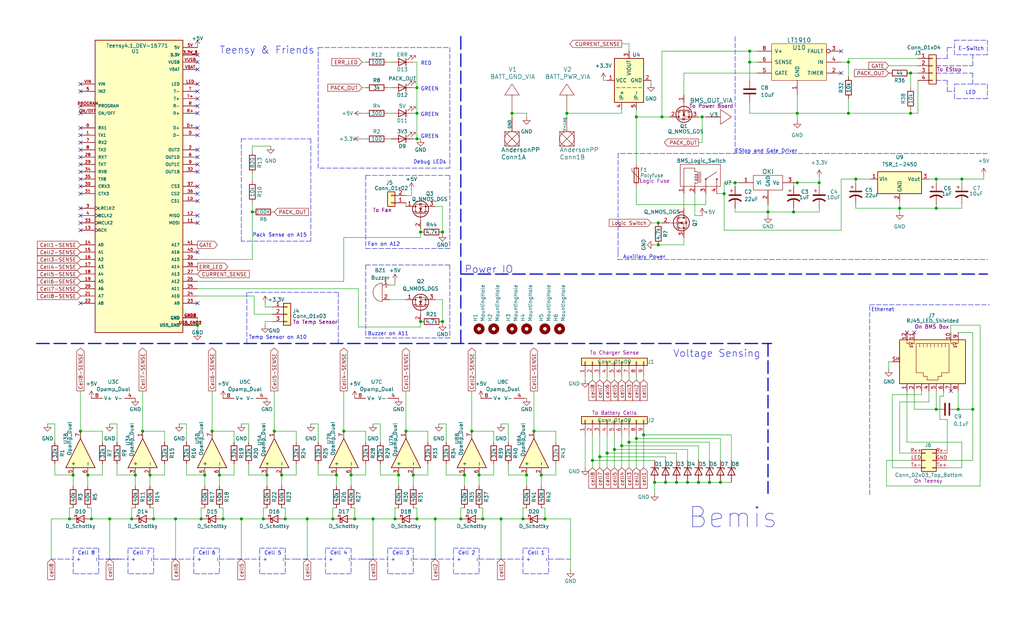
<source format=kicad_sch>
(kicad_sch (version 20211123) (generator eeschema)
  (paper "USLegal")
  (title_block (title "2023 BMS") (date "2022-09-22") (rev "1.0") (company "MRDT - Drew Wellen, Cole Renken, Jesse Deuel"))
  (junction (at 24.13 180.34))
  (junction (at 119.38 149.86))
  (junction (at 325.12 62.23))
  (junction (at 25.4 165.1))
  (junction (at 161.29 165.1))
  (junction (at 220.98 40.64))
  (junction (at 187.96 165.1))
  (junction (at 144.78 180.34))
  (junction (at 210.82 157.48))
  (junction (at 266.7 73.66))
  (junction (at 337.82 142.24))
  (junction (at 213.36 156.21))
  (junction (at 153.67 80.645))
  (junction (at 297.18 62.23))
  (junction (at 73.66 149.86))
  (junction (at 144.78 30.48))
  (junction (at 31.75 180.34))
  (junction (at 228.6 85.09))
  (junction (at 294.64 39.37))
  (junction (at 166.37 165.1))
  (junction (at 332.74 142.24))
  (junction (at 234.95 167.64))
  (junction (at 97.79 165.1))
  (junction (at 27.94 149.86))
  (junction (at 242.57 167.64))
  (junction (at 115.57 180.34))
  (junction (at 334.01 62.23))
  (junction (at 138.43 165.1))
  (junction (at 185.42 149.86))
  (junction (at 260.35 17.78))
  (junction (at 316.23 39.37))
  (junction (at 144.78 48.26))
  (junction (at 83.82 180.34))
  (junction (at 173.99 180.34))
  (junction (at 160.02 180.34))
  (junction (at 45.72 180.34))
  (junction (at 68.58 113.03))
  (junction (at 52.07 165.1))
  (junction (at 91.44 180.34))
  (junction (at 228.6 77.47))
  (junction (at 140.97 149.86))
  (junction (at 53.34 180.34))
  (junction (at 60.96 180.34))
  (junction (at 223.52 151.13))
  (junction (at 151.13 180.34))
  (junction (at 218.44 153.67))
  (junction (at 294.64 21.59))
  (junction (at 69.85 180.34))
  (junction (at 284.48 63.5))
  (junction (at 30.48 165.1))
  (junction (at 153.67 111.76))
  (junction (at 227.33 167.64))
  (junction (at 116.84 165.1))
  (junction (at 177.8 39.37))
  (junction (at 46.99 165.1))
  (junction (at 229.87 40.64))
  (junction (at 123.19 180.34))
  (junction (at 167.64 180.34))
  (junction (at 215.9 154.94))
  (junction (at 325.12 142.24))
  (junction (at 163.83 149.86))
  (junction (at 243.84 40.64))
  (junction (at 76.2 165.1))
  (junction (at 246.38 167.64))
  (junction (at 196.85 39.37))
  (junction (at 276.86 63.5))
  (junction (at 181.61 180.34))
  (junction (at 312.42 72.39))
  (junction (at 231.14 167.64))
  (junction (at 77.47 180.34))
  (junction (at 238.76 167.64))
  (junction (at 275.59 73.66))
  (junction (at 146.05 111.76))
  (junction (at 250.19 167.64))
  (junction (at 38.1 180.34))
  (junction (at 71.12 165.1))
  (junction (at 106.68 180.34))
  (junction (at 143.51 165.1))
  (junction (at 146.05 80.645))
  (junction (at 182.88 165.1))
  (junction (at 189.23 180.34))
  (junction (at 87.63 73.66))
  (junction (at 92.71 165.1))
  (junction (at 49.53 149.86))
  (junction (at 121.92 165.1))
  (junction (at 260.35 21.59))
  (junction (at 276.86 39.37))
  (junction (at 325.12 72.39))
  (junction (at 251.46 67.31))
  (junction (at 255.27 63.5))
  (junction (at 137.16 180.34))
  (junction (at 205.74 160.02))
  (junction (at 316.23 25.4))
  (junction (at 95.25 149.86))
  (junction (at 129.54 180.34))
  (junction (at 99.06 180.34))
  (junction (at 144.78 39.37))
  (junction (at 220.98 152.4))
  (junction (at 208.28 158.75))
  (no_connect (at 317.5 115.57))
  (no_connect (at 27.94 105.41))
  (no_connect (at 68.58 77.47))
  (no_connect (at 68.58 74.93))
  (no_connect (at 27.94 44.45))
  (no_connect (at 27.94 46.99))
  (no_connect (at 27.94 49.53))
  (no_connect (at 27.94 52.07))
  (no_connect (at 27.94 54.61))
  (no_connect (at 27.94 57.15))
  (no_connect (at 27.94 59.69))
  (no_connect (at 27.94 62.23))
  (no_connect (at 27.94 64.77))
  (no_connect (at 68.58 69.85))
  (no_connect (at 68.58 67.31))
  (no_connect (at 68.58 64.77))
  (no_connect (at 68.58 59.69))
  (no_connect (at 68.58 57.15))
  (no_connect (at 68.58 54.61))
  (no_connect (at 68.58 52.07))
  (no_connect (at 68.58 21.59))
  (no_connect (at 68.58 24.13))
  (no_connect (at 27.94 29.21))
  (no_connect (at 27.94 31.75))
  (no_connect (at 27.94 36.83))
  (no_connect (at 27.94 39.37))
  (no_connect (at 27.94 67.31))
  (no_connect (at 27.94 72.39))
  (no_connect (at 27.94 74.93))
  (no_connect (at 27.94 77.47))
  (no_connect (at 27.94 80.01))
  (no_connect (at 68.58 29.21))
  (no_connect (at 68.58 31.75))
  (no_connect (at 68.58 34.29))
  (no_connect (at 68.58 36.83))
  (no_connect (at 68.58 39.37))
  (no_connect (at 292.1 17.78))
  (no_connect (at 292.1 25.4))
  (no_connect (at 314.96 115.57))
  (no_connect (at 68.58 87.63))
  (no_connect (at 68.58 105.41))
  (no_connect (at 330.2 135.89))
  (no_connect (at 68.58 19.05))
  (no_connect (at 68.58 44.45))
  (no_connect (at 68.58 46.99))
  (wire (pts (xy 317.5 135.89) (xy 317.5 142.24)))
  (wire (pts (xy 218.44 153.67) (xy 218.44 162.56)))
  (polyline (pts (xy 325.12 27.94) (xy 328.93 27.94)))
  (wire (pts (xy 91.44 176.53) (xy 91.44 180.34)))
  (wire (pts (xy 88.265 102.87) (xy 88.265 109.22)))
  (wire (pts (xy 198.12 180.34) (xy 198.12 198.12)))
  (polyline (pts (xy 181.61 190.5) (xy 190.5 190.5)))
  (wire (pts (xy 218.44 130.81) (xy 218.44 132.08)))
  (wire (pts (xy 143.51 30.48) (xy 144.78 30.48)))
  (wire (pts (xy 328.93 162.56) (xy 334.01 162.56)))
  (wire (pts (xy 45.72 176.53) (xy 45.72 180.34)))
  (wire (pts (xy 119.38 135.89) (xy 119.38 149.86)))
  (wire (pts (xy 276.86 63.5) (xy 284.48 63.5)))
  (wire (pts (xy 38.1 180.34) (xy 45.72 180.34)))
  (wire (pts (xy 215.9 38.1) (xy 215.9 39.37)))
  (wire (pts (xy 27.94 135.89) (xy 27.94 149.86)))
  (wire (pts (xy 292.1 80.01) (xy 251.46 80.01)))
  (wire (pts (xy 203.2 151.13) (xy 203.2 162.56)))
  (polyline (pts (xy 117.475 101.6) (xy 85.725 101.6)))
  (wire (pts (xy 106.68 180.34) (xy 106.68 194.31)))
  (wire (pts (xy 325.12 72.39) (xy 334.01 72.39)))
  (wire (pts (xy 254 167.64) (xy 250.19 167.64)))
  (wire (pts (xy 123.19 176.53) (xy 123.19 180.34)))
  (wire (pts (xy 203.2 130.81) (xy 203.2 132.08)))
  (wire (pts (xy 210.82 151.13) (xy 210.82 157.48)))
  (wire (pts (xy 92.075 111.76) (xy 94.615 111.76)))
  (wire (pts (xy 294.64 34.29) (xy 294.64 39.37)))
  (wire (pts (xy 255.27 63.5) (xy 255.27 64.77)))
  (polyline (pts (xy 337.82 25.4) (xy 337.82 29.21)))
  (wire (pts (xy 318.77 27.94) (xy 318.77 39.37)))
  (polyline (pts (xy 173.99 194.31) (xy 176.53 194.31)))
  (wire (pts (xy 220.98 71.12) (xy 245.11 71.12)))
  (wire (pts (xy 227.33 85.09) (xy 228.6 85.09)))
  (polyline (pts (xy 117.475 119.38) (xy 117.475 101.6)))
  (wire (pts (xy 64.77 165.1) (xy 64.77 161.29)))
  (wire (pts (xy 161.29 165.1) (xy 161.29 168.91)))
  (polyline (pts (xy 328.93 27.94) (xy 328.93 31.75)))
  (wire (pts (xy 241.3 67.31) (xy 241.3 74.93)))
  (wire (pts (xy 92.075 106.68) (xy 92.075 105.41)))
  (wire (pts (xy 129.54 180.34) (xy 137.16 180.34)))
  (wire (pts (xy 276.86 33.02) (xy 276.86 39.37)))
  (polyline (pts (xy 302.006 105.918) (xy 343.662 105.918)))
  (wire (pts (xy 153.67 80.645) (xy 153.67 81.28)))
  (wire (pts (xy 31.75 176.53) (xy 31.75 180.34)))
  (polyline (pts (xy 39.37 194.31) (xy 44.45 194.31)))
  (wire (pts (xy 71.12 165.1) (xy 71.12 168.91)))
  (wire (pts (xy 255.27 73.66) (xy 255.27 72.39)))
  (polyline (pts (xy 156.21 92.075) (xy 156.21 117.475)))
  (wire (pts (xy 60.96 180.34) (xy 69.85 180.34)))
  (wire (pts (xy 276.86 39.37) (xy 276.86 41.91)))
  (polyline (pts (xy 134.62 199.39) (xy 134.62 190.5)))
  (wire (pts (xy 334.01 62.23) (xy 341.63 62.23)))
  (wire (pts (xy 205.74 130.81) (xy 205.74 132.08)))
  (polyline (pts (xy 67.31 199.39) (xy 67.31 190.5)))
  (wire (pts (xy 326.39 145.796) (xy 326.39 137.668)))
  (wire (pts (xy 154.94 165.1) (xy 154.94 161.29)))
  (wire (pts (xy 340.36 168.91) (xy 307.848 168.91)))
  (wire (pts (xy 297.18 71.12) (xy 297.18 72.39)))
  (wire (pts (xy 328.93 160.02) (xy 337.82 160.02)))
  (wire (pts (xy 220.98 152.4) (xy 220.98 162.56)))
  (wire (pts (xy 213.36 156.21) (xy 213.36 162.56)))
  (wire (pts (xy 243.84 40.64) (xy 243.84 49.53)))
  (wire (pts (xy 17.78 180.34) (xy 24.13 180.34)))
  (wire (pts (xy 132.08 165.1) (xy 132.08 161.29)))
  (wire (pts (xy 86.36 147.32) (xy 86.36 153.67)))
  (wire (pts (xy 326.39 145.796) (xy 328.93 145.796)))
  (polyline (pts (xy 12.7 119.38) (xy 267.97 119.38)) (stroke (width 0.4)))
  (wire (pts (xy 144.78 39.37) (xy 144.78 30.48)))
  (wire (pts (xy 314.96 153.67) (xy 314.96 135.89)))
  (wire (pts (xy 87.63 70.485) (xy 87.63 73.66)))
  (wire (pts (xy 142.875 67.945) (xy 140.97 67.945)))
  (wire (pts (xy 210.82 157.48) (xy 234.95 157.48)))
  (wire (pts (xy 153.67 112.395) (xy 153.67 111.76)))
  (wire (pts (xy 30.48 176.53) (xy 31.75 176.53)))
  (polyline (pts (xy 53.34 199.39) (xy 44.45 199.39)))
  (wire (pts (xy 160.02 176.53) (xy 160.02 180.34)))
  (polyline (pts (xy 62.23 194.31) (xy 67.31 194.31)))
  (wire (pts (xy 220.98 130.81) (xy 220.98 132.08)))
  (wire (pts (xy 275.59 72.39) (xy 275.59 73.66)))
  (wire (pts (xy 309.88 162.56) (xy 309.88 137.16)))
  (wire (pts (xy 94.615 106.68) (xy 92.075 106.68)))
  (polyline (pts (xy 127 86.36) (xy 156.21 86.36)))
  (wire (pts (xy 125.73 30.48) (xy 127 30.48)))
  (wire (pts (xy 309.88 137.16) (xy 320.04 137.16)))
  (polyline (pts (xy 147.32 194.31) (xy 151.13 194.31)))
  (wire (pts (xy 297.18 62.23) (xy 302.26 62.23)))
  (wire (pts (xy 138.43 165.1) (xy 138.43 168.91)))
  (wire (pts (xy 125.73 39.37) (xy 127 39.37)))
  (wire (pts (xy 237.49 67.31) (xy 237.49 72.39)))
  (wire (pts (xy 226.06 77.47) (xy 228.6 77.47)))
  (polyline (pts (xy 266.7 119.38) (xy 266.7 171.45)) (stroke (width 0.4)))
  (wire (pts (xy 177.8 38.1) (xy 177.8 39.37)))
  (polyline (pts (xy 121.92 194.31) (xy 125.73 194.31)))
  (wire (pts (xy 334.01 153.67) (xy 314.96 153.67)))
  (polyline (pts (xy 34.29 199.39) (xy 25.4 199.39)))
  (wire (pts (xy 135.255 104.14) (xy 140.97 104.14)))
  (wire (pts (xy 124.46 100.33) (xy 124.46 113.665)))
  (polyline (pts (xy 160.02 95.25) (xy 342.9 95.25)) (stroke (width 0.4)))
  (wire (pts (xy 308.61 125.73) (xy 309.88 125.73)))
  (wire (pts (xy 248.92 67.31) (xy 251.46 67.31)))
  (wire (pts (xy 250.19 167.64) (xy 246.38 167.64)))
  (polyline (pts (xy 80.01 194.31) (xy 83.82 194.31)))
  (wire (pts (xy 134.62 30.48) (xy 135.89 30.48)))
  (polyline (pts (xy 337.82 22.86) (xy 337.82 19.05)))
  (polyline (pts (xy 38.1 194.31) (xy 41.91 194.31)))
  (wire (pts (xy 284.48 63.5) (xy 284.48 64.77)))
  (wire (pts (xy 97.79 176.53) (xy 99.06 176.53)))
  (polyline (pts (xy 85.725 101.6) (xy 85.725 119.38)))
  (wire (pts (xy 68.58 90.17) (xy 87.63 90.17)))
  (polyline (pts (xy 107.95 194.31) (xy 113.03 194.31)))
  (wire (pts (xy 318.77 20.32) (xy 294.64 20.32)))
  (wire (pts (xy 92.075 113.03) (xy 92.075 111.76)))
  (wire (pts (xy 30.48 165.1) (xy 30.48 168.91)))
  (polyline (pts (xy 127 117.475) (xy 156.21 117.475)))
  (wire (pts (xy 284.48 72.39) (xy 284.48 73.66)))
  (polyline (pts (xy 83.82 83.82) (xy 83.82 48.26)))
  (wire (pts (xy 316.23 25.4) (xy 318.77 25.4)))
  (wire (pts (xy 182.88 165.1) (xy 182.88 168.91)))
  (wire (pts (xy 260.35 17.78) (xy 260.35 21.59)))
  (polyline (pts (xy 214.63 81.28) (xy 214.63 87.63)))
  (wire (pts (xy 337.82 115.57) (xy 337.82 142.24)))
  (polyline (pts (xy 110.49 16.51) (xy 156.21 16.51)))
  (polyline (pts (xy 127 60.96) (xy 127 86.36)))
  (wire (pts (xy 132.08 165.1) (xy 138.43 165.1)))
  (wire (pts (xy 308.61 128.27) (xy 308.61 125.73)))
  (wire (pts (xy 208.28 158.75) (xy 231.14 158.75)))
  (wire (pts (xy 92.71 176.53) (xy 91.44 176.53)))
  (wire (pts (xy 187.96 165.1) (xy 187.96 168.91)))
  (wire (pts (xy 148.59 149.86) (xy 140.97 149.86)))
  (wire (pts (xy 173.99 180.34) (xy 181.61 180.34)))
  (polyline (pts (xy 325.12 22.86) (xy 337.82 22.86)))
  (wire (pts (xy 142.875 66.04) (xy 142.875 67.945)))
  (wire (pts (xy 196.85 38.1) (xy 196.85 39.37)))
  (wire (pts (xy 121.92 165.1) (xy 121.92 168.91)))
  (wire (pts (xy 320.04 137.16) (xy 320.04 135.89)))
  (polyline (pts (xy 83.82 48.26) (xy 107.95 48.26)))
  (wire (pts (xy 68.58 97.79) (xy 119.38 97.79)))
  (wire (pts (xy 73.66 135.89) (xy 73.66 149.86)))
  (wire (pts (xy 242.57 40.64) (xy 243.84 40.64)))
  (wire (pts (xy 181.61 176.53) (xy 181.61 180.34)))
  (wire (pts (xy 140.97 135.89) (xy 140.97 149.86)))
  (wire (pts (xy 25.4 165.1) (xy 25.4 168.91)))
  (wire (pts (xy 316.23 162.56) (xy 309.88 162.56)))
  (wire (pts (xy 35.56 153.67) (xy 35.56 149.86)))
  (polyline (pts (xy 36.83 194.31) (xy 39.37 194.31)))
  (polyline (pts (xy 331.47 29.21) (xy 342.9 29.21)))
  (polyline (pts (xy 181.61 199.39) (xy 181.61 190.5)))
  (wire (pts (xy 125.73 21.59) (xy 127 21.59)))
  (polyline (pts (xy 166.37 199.39) (xy 157.48 199.39)))
  (wire (pts (xy 220.98 152.4) (xy 250.19 152.4)))
  (wire (pts (xy 316.23 39.37) (xy 318.77 39.37)))
  (wire (pts (xy 140.97 70.485) (xy 140.97 71.755)))
  (wire (pts (xy 144.78 176.53) (xy 144.78 180.34)))
  (wire (pts (xy 119.38 82.55) (xy 146.05 82.55)))
  (wire (pts (xy 215.9 154.94) (xy 242.57 154.94)))
  (wire (pts (xy 176.53 147.32) (xy 176.53 153.67)))
  (polyline (pts (xy 156.21 60.96) (xy 156.21 86.36)))
  (wire (pts (xy 325.12 62.23) (xy 325.12 63.5)))
  (wire (pts (xy 153.67 71.755) (xy 153.67 80.645)))
  (wire (pts (xy 171.45 165.1) (xy 171.45 161.29)))
  (wire (pts (xy 317.5 142.24) (xy 325.12 142.24)))
  (polyline (pts (xy 331.47 19.05) (xy 331.47 13.97)))
  (wire (pts (xy 238.76 167.64) (xy 234.95 167.64)))
  (wire (pts (xy 129.54 180.34) (xy 129.54 194.31)))
  (wire (pts (xy 81.28 153.67) (xy 81.28 149.86)))
  (wire (pts (xy 121.92 176.53) (xy 123.19 176.53)))
  (wire (pts (xy 292.1 62.23) (xy 297.18 62.23)))
  (polyline (pts (xy 25.4 199.39) (xy 25.4 190.5)))
  (wire (pts (xy 330.2 113.03) (xy 330.2 115.57)))
  (polyline (pts (xy 20.32 194.31) (xy 25.4 194.31)))
  (wire (pts (xy 57.15 165.1) (xy 57.15 161.29)))
  (wire (pts (xy 148.59 165.1) (xy 148.59 161.29)))
  (wire (pts (xy 77.47 176.53) (xy 77.47 180.34)))
  (wire (pts (xy 171.45 153.67) (xy 171.45 149.86)))
  (wire (pts (xy 284.48 63.5) (xy 284.48 61.595)))
  (wire (pts (xy 68.58 100.33) (xy 124.46 100.33)))
  (polyline (pts (xy 156.21 16.51) (xy 156.21 58.42)))
  (wire (pts (xy 24.13 176.53) (xy 24.13 180.34)))
  (wire (pts (xy 223.52 151.13) (xy 254 151.13)))
  (polyline (pts (xy 166.37 190.5) (xy 166.37 199.39)))
  (wire (pts (xy 182.88 176.53) (xy 181.61 176.53)))
  (wire (pts (xy 241.3 74.93) (xy 243.84 74.93)))
  (wire (pts (xy 167.64 176.53) (xy 167.64 180.34)))
  (wire (pts (xy 134.62 48.26) (xy 135.89 48.26)))
  (polyline (pts (xy 166.37 194.31) (xy 170.18 194.31)))
  (wire (pts (xy 266.7 73.66) (xy 266.7 74.93)))
  (polyline (pts (xy 160.02 12.7) (xy 160.02 119.38)) (stroke (width 0.4)))
  (polyline (pts (xy 149.86 194.31) (xy 152.4 194.31)))
  (wire (pts (xy 228.6 77.47) (xy 229.87 77.47)))
  (wire (pts (xy 275.59 63.5) (xy 276.86 63.5)))
  (wire (pts (xy 260.35 35.56) (xy 260.35 39.37)))
  (wire (pts (xy 189.23 180.34) (xy 198.12 180.34)))
  (wire (pts (xy 208.28 151.13) (xy 208.28 158.75)))
  (wire (pts (xy 210.82 157.48) (xy 210.82 162.56)))
  (wire (pts (xy 146.05 111.76) (xy 146.05 113.665)))
  (wire (pts (xy 143.51 48.26) (xy 144.78 48.26)))
  (wire (pts (xy 334.01 72.39) (xy 334.01 71.12)))
  (wire (pts (xy 294.64 39.37) (xy 316.23 39.37)))
  (wire (pts (xy 53.34 176.53) (xy 53.34 180.34)))
  (wire (pts (xy 124.46 113.665) (xy 146.05 113.665)))
  (wire (pts (xy 220.98 151.13) (xy 220.98 152.4)))
  (wire (pts (xy 326.39 137.668) (xy 327.66 137.668)))
  (wire (pts (xy 152.4 147.32) (xy 154.94 147.32)))
  (wire (pts (xy 322.58 62.23) (xy 325.12 62.23)))
  (wire (pts (xy 68.58 102.87) (xy 88.265 102.87)))
  (wire (pts (xy 87.63 62.865) (xy 87.63 60.325)))
  (polyline (pts (xy 113.03 190.5) (xy 121.92 190.5)))
  (wire (pts (xy 218.44 153.67) (xy 246.38 153.67)))
  (polyline (pts (xy 190.5 190.5) (xy 190.5 199.39)))
  (wire (pts (xy 193.04 165.1) (xy 193.04 161.29)))
  (wire (pts (xy 102.87 153.67) (xy 102.87 149.86)))
  (wire (pts (xy 245.11 71.12) (xy 245.11 67.31)))
  (wire (pts (xy 143.51 165.1) (xy 148.59 165.1)))
  (wire (pts (xy 134.62 21.59) (xy 135.89 21.59)))
  (wire (pts (xy 87.63 73.66) (xy 87.63 90.17)))
  (polyline (pts (xy 99.06 194.31) (xy 102.87 194.31)))
  (polyline (pts (xy 85.09 194.31) (xy 90.17 194.31)))
  (wire (pts (xy 196.85 39.37) (xy 196.85 40.64)))
  (wire (pts (xy 19.05 165.1) (xy 25.4 165.1)))
  (polyline (pts (xy 331.47 34.29) (xy 331.47 29.21)))
  (wire (pts (xy 234.95 160.02) (xy 234.95 157.48)))
  (wire (pts (xy 143.51 21.59) (xy 144.78 21.59)))
  (wire (pts (xy 148.59 153.67) (xy 148.59 149.86)))
  (polyline (pts (xy 342.9 34.29) (xy 331.47 34.29)))
  (wire (pts (xy 234.95 167.64) (xy 231.14 167.64)))
  (wire (pts (xy 312.42 139.7) (xy 312.42 157.48)))
  (polyline (pts (xy 127 60.96) (xy 156.21 60.96)))
  (wire (pts (xy 232.41 40.64) (xy 229.87 40.64)))
  (polyline (pts (xy 342.9 13.97) (xy 342.9 19.05)))
  (polyline (pts (xy 127 194.31) (xy 129.54 194.31)))
  (wire (pts (xy 260.35 39.37) (xy 276.86 39.37)))
  (wire (pts (xy 40.64 147.32) (xy 40.64 153.67)))
  (wire (pts (xy 144.78 48.26) (xy 146.05 48.26)))
  (wire (pts (xy 266.7 73.66) (xy 255.27 73.66)))
  (polyline (pts (xy 331.47 13.97) (xy 342.9 13.97)))
  (polyline (pts (xy 190.5 199.39) (xy 181.61 199.39)))
  (wire (pts (xy 135.255 99.06) (xy 137.16 99.06)))
  (polyline (pts (xy 25.4 190.5) (xy 34.29 190.5)))
  (polyline (pts (xy 110.49 58.42) (xy 110.49 16.51)))
  (wire (pts (xy 52.07 165.1) (xy 57.15 165.1)))
  (polyline (pts (xy 170.18 194.31) (xy 173.99 194.31)))
  (wire (pts (xy 218.44 15.24) (xy 215.9 15.24)))
  (wire (pts (xy 38.1 147.32) (xy 40.64 147.32)))
  (polyline (pts (xy 214.63 90.17) (xy 342.9 90.17)))
  (wire (pts (xy 81.28 165.1) (xy 81.28 161.29)))
  (wire (pts (xy 250.19 152.4) (xy 250.19 160.02)))
  (wire (pts (xy 123.19 180.34) (xy 129.54 180.34)))
  (wire (pts (xy 242.57 49.53) (xy 243.84 49.53)))
  (wire (pts (xy 312.42 157.48) (xy 316.23 157.48)))
  (wire (pts (xy 137.16 99.06) (xy 137.16 97.79)))
  (wire (pts (xy 325.12 62.23) (xy 334.01 62.23)))
  (wire (pts (xy 173.99 147.32) (xy 176.53 147.32)))
  (wire (pts (xy 292.1 21.59) (xy 294.64 21.59)))
  (wire (pts (xy 99.06 180.34) (xy 106.68 180.34)))
  (polyline (pts (xy 156.21 58.42) (xy 110.49 58.42)))
  (wire (pts (xy 106.68 180.34) (xy 115.57 180.34)))
  (polyline (pts (xy 325.12 25.4) (xy 337.82 25.4)))
  (wire (pts (xy 220.98 40.64) (xy 229.87 40.64)))
  (wire (pts (xy 243.84 40.64) (xy 245.11 40.64)))
  (wire (pts (xy 76.2 176.53) (xy 77.47 176.53)))
  (wire (pts (xy 166.37 165.1) (xy 166.37 168.91)))
  (polyline (pts (xy 328.93 31.75) (xy 331.47 31.75)))
  (wire (pts (xy 213.36 156.21) (xy 238.76 156.21)))
  (wire (pts (xy 294.64 21.59) (xy 294.64 26.67)))
  (polyline (pts (xy 67.31 190.5) (xy 76.2 190.5)))
  (polyline (pts (xy 342.9 29.21) (xy 342.9 34.29)))
  (polyline (pts (xy 113.03 199.39) (xy 113.03 190.5)))
  (wire (pts (xy 231.14 160.02) (xy 231.14 158.75)))
  (polyline (pts (xy 44.45 190.5) (xy 53.34 190.5)))
  (wire (pts (xy 187.96 165.1) (xy 193.04 165.1)))
  (wire (pts (xy 312.42 72.39) (xy 325.12 72.39)))
  (polyline (pts (xy 127 92.075) (xy 127 117.475)))
  (wire (pts (xy 341.63 60.96) (xy 341.63 62.23)))
  (polyline (pts (xy 44.45 199.39) (xy 44.45 190.5)))
  (wire (pts (xy 226.06 27.94) (xy 226.06 29.21)))
  (wire (pts (xy 154.94 147.32) (xy 154.94 153.67)))
  (wire (pts (xy 49.53 135.89) (xy 49.53 149.86)))
  (polyline (pts (xy 342.9 19.05) (xy 331.47 19.05)))
  (wire (pts (xy 87.63 50.8) (xy 93.98 50.8)))
  (wire (pts (xy 307.848 160.02) (xy 307.848 168.91)))
  (polyline (pts (xy 34.29 190.5) (xy 34.29 199.39)))
  (wire (pts (xy 209.55 27.94) (xy 210.82 27.94)))
  (wire (pts (xy 110.49 165.1) (xy 116.84 165.1)))
  (wire (pts (xy 223.52 151.13) (xy 223.52 162.56)))
  (wire (pts (xy 76.2 165.1) (xy 81.28 165.1)))
  (wire (pts (xy 16.51 147.32) (xy 19.05 147.32)))
  (wire (pts (xy 64.77 165.1) (xy 71.12 165.1)))
  (wire (pts (xy 143.51 176.53) (xy 144.78 176.53)))
  (polyline (pts (xy 143.51 194.31) (xy 147.32 194.31)))
  (wire (pts (xy 143.51 39.37) (xy 144.78 39.37)))
  (wire (pts (xy 193.04 149.86) (xy 185.42 149.86)))
  (wire (pts (xy 25.4 176.53) (xy 24.13 176.53)))
  (polyline (pts (xy 17.78 194.31) (xy 20.32 194.31)))
  (wire (pts (xy 218.44 17.78) (xy 218.44 15.24)))
  (polyline (pts (xy 102.87 194.31) (xy 106.68 194.31)))
  (wire (pts (xy 238.76 156.21) (xy 238.76 160.02)))
  (wire (pts (xy 220.98 64.77) (xy 220.98 71.12)))
  (polyline (pts (xy 152.4 194.31) (xy 157.48 194.31)))
  (wire (pts (xy 99.06 176.53) (xy 99.06 180.34)))
  (wire (pts (xy 229.87 17.78) (xy 229.87 40.64)))
  (wire (pts (xy 143.51 165.1) (xy 143.51 168.91)))
  (wire (pts (xy 260.35 17.78) (xy 229.87 17.78)))
  (polyline (pts (xy 127 92.075) (xy 156.21 92.075)))
  (polyline (pts (xy 121.92 199.39) (xy 113.03 199.39)))
  (wire (pts (xy 223.52 130.81) (xy 223.52 132.08)))
  (wire (pts (xy 161.29 176.53) (xy 160.02 176.53)))
  (wire (pts (xy 102.87 165.1) (xy 102.87 161.29)))
  (wire (pts (xy 208.28 158.75) (xy 208.28 162.56)))
  (wire (pts (xy 171.45 149.86) (xy 163.83 149.86)))
  (wire (pts (xy 163.83 135.89) (xy 163.83 149.86)))
  (polyline (pts (xy 90.17 199.39) (xy 90.17 190.5)))
  (wire (pts (xy 322.58 135.89) (xy 322.58 139.7)))
  (wire (pts (xy 71.12 176.53) (xy 69.85 176.53)))
  (wire (pts (xy 60.96 180.34) (xy 60.96 194.31)))
  (polyline (pts (xy 214.63 87.63) (xy 214.63 90.17)))
  (polyline (pts (xy 328.93 16.51) (xy 331.47 16.51)))
  (wire (pts (xy 76.2 165.1) (xy 76.2 168.91)))
  (wire (pts (xy 81.28 149.86) (xy 73.66 149.86)))
  (wire (pts (xy 251.46 80.01) (xy 251.46 67.31)))
  (wire (pts (xy 137.16 176.53) (xy 137.16 180.34)))
  (wire (pts (xy 260.35 17.78) (xy 262.89 17.78)))
  (wire (pts (xy 121.92 165.1) (xy 127 165.1)))
  (wire (pts (xy 110.49 147.32) (xy 110.49 153.67)))
  (wire (pts (xy 68.58 110.49) (xy 68.58 113.03)))
  (wire (pts (xy 68.58 113.03) (xy 68.58 115.57)))
  (wire (pts (xy 97.79 165.1) (xy 97.79 168.91)))
  (wire (pts (xy 215.9 151.13) (xy 215.9 154.94)))
  (polyline (pts (xy 302.006 171.958) (xy 302.006 105.918)))
  (polyline (pts (xy 328.93 20.32) (xy 328.93 16.51)))
  (wire (pts (xy 213.36 130.81) (xy 213.36 132.08)))
  (wire (pts (xy 83.82 147.32) (xy 86.36 147.32)))
  (wire (pts (xy 312.42 69.85) (xy 312.42 72.39)))
  (polyline (pts (xy 255.27 12.7) (xy 255.27 53.34)))
  (wire (pts (xy 237.49 25.4) (xy 262.89 25.4)))
  (wire (pts (xy 40.64 165.1) (xy 46.99 165.1)))
  (wire (pts (xy 205.74 160.02) (xy 227.33 160.02)))
  (wire (pts (xy 316.23 25.4) (xy 316.23 30.48)))
  (wire (pts (xy 17.78 180.34) (xy 17.78 194.31)))
  (wire (pts (xy 69.85 176.53) (xy 69.85 180.34)))
  (wire (pts (xy 167.64 180.34) (xy 173.99 180.34)))
  (wire (pts (xy 242.57 167.64) (xy 238.76 167.64)))
  (wire (pts (xy 86.36 165.1) (xy 92.71 165.1)))
  (wire (pts (xy 189.23 176.53) (xy 189.23 180.34)))
  (polyline (pts (xy 190.5 194.31) (xy 194.31 194.31)))
  (wire (pts (xy 210.82 130.81) (xy 210.82 132.08)))
  (wire (pts (xy 275.59 73.66) (xy 284.48 73.66)))
  (wire (pts (xy 205.74 160.02) (xy 205.74 162.56)))
  (wire (pts (xy 312.42 72.39) (xy 312.42 73.66)))
  (wire (pts (xy 64.77 147.32) (xy 64.77 153.67)))
  (wire (pts (xy 308.61 22.86) (xy 318.77 22.86)))
  (wire (pts (xy 134.62 39.37) (xy 135.89 39.37)))
  (wire (pts (xy 153.67 71.755) (xy 151.13 71.755)))
  (polyline (pts (xy 129.54 194.31) (xy 134.62 194.31)))
  (wire (pts (xy 213.36 151.13) (xy 213.36 156.21)))
  (wire (pts (xy 328.93 157.48) (xy 328.93 145.796)))
  (wire (pts (xy 86.36 165.1) (xy 86.36 161.29)))
  (wire (pts (xy 275.59 63.5) (xy 275.59 64.77)))
  (wire (pts (xy 52.07 165.1) (xy 52.07 168.91)))
  (wire (pts (xy 173.99 180.34) (xy 173.99 194.31)))
  (polyline (pts (xy 76.2 199.39) (xy 67.31 199.39)))
  (wire (pts (xy 107.95 147.32) (xy 110.49 147.32)))
  (polyline (pts (xy 53.34 194.31) (xy 57.15 194.31)))
  (polyline (pts (xy 143.51 199.39) (xy 134.62 199.39)))
  (wire (pts (xy 38.1 180.34) (xy 38.1 194.31)))
  (wire (pts (xy 40.64 165.1) (xy 40.64 161.29)))
  (wire (pts (xy 227.33 167.64) (xy 227.33 171.45)))
  (wire (pts (xy 260.35 21.59) (xy 262.89 21.59)))
  (wire (pts (xy 227.33 167.64) (xy 231.14 167.64)))
  (wire (pts (xy 332.74 115.57) (xy 337.82 115.57)))
  (wire (pts (xy 215.9 130.81) (xy 215.9 132.08)))
  (wire (pts (xy 97.79 165.1) (xy 102.87 165.1)))
  (wire (pts (xy 95.25 135.89) (xy 95.25 149.86)))
  (wire (pts (xy 153.67 104.14) (xy 153.67 111.76)))
  (polyline (pts (xy 214.63 53.34) (xy 214.63 81.28)))
  (wire (pts (xy 176.53 165.1) (xy 176.53 161.29)))
  (wire (pts (xy 57.15 149.86) (xy 49.53 149.86)))
  (polyline (pts (xy 99.06 190.5) (xy 99.06 199.39)))
  (wire (pts (xy 166.37 165.1) (xy 171.45 165.1)))
  (wire (pts (xy 132.08 147.32) (xy 132.08 153.67)))
  (polyline (pts (xy 105.41 194.31) (xy 107.95 194.31)))
  (wire (pts (xy 144.78 48.26) (xy 144.78 39.37)))
  (wire (pts (xy 325.12 135.89) (xy 325.12 142.24)))
  (wire (pts (xy 208.28 130.81) (xy 208.28 132.08)))
  (polyline (pts (xy 99.06 199.39) (xy 90.17 199.39)))
  (wire (pts (xy 332.74 135.89) (xy 332.74 142.24)))
  (polyline (pts (xy 121.92 190.5) (xy 121.92 199.39)))
  (wire (pts (xy 260.35 21.59) (xy 260.35 27.94)))
  (polyline (pts (xy 143.51 190.5) (xy 143.51 199.39)))
  (wire (pts (xy 57.15 153.67) (xy 57.15 149.86)))
  (wire (pts (xy 220.98 40.64) (xy 220.98 57.15)))
  (wire (pts (xy 116.84 176.53) (xy 115.57 176.53)))
  (wire (pts (xy 187.96 176.53) (xy 189.23 176.53)))
  (wire (pts (xy 146.05 80.645) (xy 146.05 82.55)))
  (wire (pts (xy 266.7 71.12) (xy 266.7 73.66)))
  (wire (pts (xy 127 149.86) (xy 119.38 149.86)))
  (wire (pts (xy 215.9 154.94) (xy 215.9 162.56)))
  (wire (pts (xy 297.18 72.39) (xy 312.42 72.39)))
  (polyline (pts (xy 90.17 190.5) (xy 99.06 190.5)))
  (wire (pts (xy 337.82 160.02) (xy 337.82 142.24)))
  (wire (pts (xy 35.56 149.86) (xy 27.94 149.86)))
  (wire (pts (xy 316.23 160.02) (xy 307.848 160.02)))
  (wire (pts (xy 316.23 38.1) (xy 316.23 39.37)))
  (polyline (pts (xy 59.69 194.31) (xy 62.23 194.31)))
  (wire (pts (xy 334.01 62.23) (xy 334.01 63.5)))
  (wire (pts (xy 119.38 82.55) (xy 119.38 97.79)))
  (wire (pts (xy 88.265 109.22) (xy 94.615 109.22)))
  (wire (pts (xy 110.49 165.1) (xy 110.49 161.29)))
  (polyline (pts (xy 157.48 190.5) (xy 166.37 190.5)))
  (wire (pts (xy 334.01 162.56) (xy 334.01 153.67)))
  (polyline (pts (xy 82.55 194.31) (xy 85.09 194.31)))
  (wire (pts (xy 325.12 71.12) (xy 325.12 72.39)))
  (wire (pts (xy 138.43 176.53) (xy 137.16 176.53)))
  (polyline (pts (xy 107.95 48.26) (xy 107.95 83.82)))
  (wire (pts (xy 87.63 52.705) (xy 87.63 50.8)))
  (wire (pts (xy 182.245 138.43) (xy 182.88 138.43)))
  (wire (pts (xy 242.57 154.94) (xy 242.57 160.02)))
  (wire (pts (xy 102.87 149.86) (xy 95.25 149.86)))
  (polyline (pts (xy 342.9 53.34) (xy 214.63 53.34)))
  (wire (pts (xy 340.36 113.03) (xy 340.36 168.91)))
  (polyline (pts (xy 125.73 194.31) (xy 129.54 194.31)))
  (wire (pts (xy 237.49 82.55) (xy 237.49 85.09)))
  (wire (pts (xy 215.9 39.37) (xy 196.85 39.37)))
  (wire (pts (xy 255.27 63.5) (xy 256.54 63.5)))
  (wire (pts (xy 182.88 39.37) (xy 182.88 40.64)))
  (wire (pts (xy 330.2 113.03) (xy 340.36 113.03)))
  (wire (pts (xy 166.37 176.53) (xy 167.64 176.53)))
  (wire (pts (xy 92.71 165.1) (xy 92.71 168.91)))
  (polyline (pts (xy 34.29 194.31) (xy 38.1 194.31)))
  (wire (pts (xy 276.86 39.37) (xy 294.64 39.37)))
  (wire (pts (xy 83.82 180.34) (xy 91.44 180.34)))
  (polyline (pts (xy 325.12 20.32) (xy 328.93 20.32)))
  (wire (pts (xy 220.98 38.1) (xy 220.98 40.64)))
  (wire (pts (xy 332.74 142.24) (xy 337.82 142.24)))
  (wire (pts (xy 292.1 80.01) (xy 292.1 62.23)))
  (wire (pts (xy 31.75 180.34) (xy 38.1 180.34)))
  (wire (pts (xy 35.56 165.1) (xy 35.56 161.29)))
  (wire (pts (xy 251.46 63.5) (xy 255.27 63.5)))
  (polyline (pts (xy 53.34 190.5) (xy 53.34 199.39)))
  (wire (pts (xy 83.82 180.34) (xy 83.82 194.31)))
  (wire (pts (xy 151.13 104.14) (xy 153.67 104.14)))
  (wire (pts (xy 205.74 151.13) (xy 205.74 160.02)))
  (polyline (pts (xy 76.2 194.31) (xy 80.01 194.31)))
  (wire (pts (xy 251.46 67.31) (xy 251.46 63.5)))
  (wire (pts (xy 185.42 135.89) (xy 185.42 149.86)))
  (wire (pts (xy 19.05 165.1) (xy 19.05 161.29)))
  (wire (pts (xy 154.94 165.1) (xy 161.29 165.1)))
  (wire (pts (xy 144.78 30.48) (xy 144.78 21.59)))
  (wire (pts (xy 151.13 180.34) (xy 151.13 194.31)))
  (wire (pts (xy 193.04 153.67) (xy 193.04 149.86)))
  (wire (pts (xy 176.53 165.1) (xy 182.88 165.1)))
  (wire (pts (xy 129.54 147.32) (xy 132.08 147.32)))
  (wire (pts (xy 146.05 79.375) (xy 146.05 80.645)))
  (wire (pts (xy 77.47 180.34) (xy 83.82 180.34)))
  (wire (pts (xy 125.73 48.26) (xy 127 48.26)))
  (wire (pts (xy 322.58 139.7) (xy 312.42 139.7)))
  (polyline (pts (xy 76.2 190.5) (xy 76.2 199.39)))
  (wire (pts (xy 297.18 62.23) (xy 297.18 63.5)))
  (wire (pts (xy 237.49 25.4) (xy 237.49 33.02)))
  (wire (pts (xy 127 153.67) (xy 127 149.86)))
  (wire (pts (xy 62.23 147.32) (xy 64.77 147.32)))
  (wire (pts (xy 177.8 39.37) (xy 182.88 39.37)))
  (wire (pts (xy 246.38 153.67) (xy 246.38 160.02)))
  (wire (pts (xy 275.59 73.66) (xy 266.7 73.66)))
  (wire (pts (xy 218.44 151.13) (xy 218.44 153.67)))
  (wire (pts (xy 30.48 165.1) (xy 35.56 165.1)))
  (wire (pts (xy 127 165.1) (xy 127 161.29)))
  (wire (pts (xy 116.84 165.1) (xy 116.84 168.91)))
  (wire (pts (xy 52.07 176.53) (xy 53.34 176.53)))
  (wire (pts (xy 115.57 176.53) (xy 115.57 180.34)))
  (wire (pts (xy 53.34 180.34) (xy 60.96 180.34)))
  (wire (pts (xy 144.78 180.34) (xy 151.13 180.34)))
  (wire (pts (xy 327.66 137.668) (xy 327.66 135.89)))
  (polyline (pts (xy 176.53 194.31) (xy 181.61 194.31)))
  (polyline (pts (xy 194.31 194.31) (xy 198.12 194.31)))
  (polyline (pts (xy 157.48 199.39) (xy 157.48 190.5)))
  (wire (pts (xy 151.13 180.34) (xy 160.02 180.34)))
  (polyline (pts (xy 57.15 194.31) (xy 60.96 194.31)))
  (wire (pts (xy 237.49 85.09) (xy 228.6 85.09)))
  (polyline (pts (xy 107.95 83.82) (xy 83.82 83.82)))
  (wire (pts (xy 46.99 176.53) (xy 45.72 176.53)))
  (wire (pts (xy 254 151.13) (xy 254 160.02)))
  (wire (pts (xy 177.8 39.37) (xy 177.8 40.64)))
  (wire (pts (xy 246.38 167.64) (xy 242.57 167.64)))
  (wire (pts (xy 19.05 147.32) (xy 19.05 153.67)))
  (wire (pts (xy 46.99 165.1) (xy 46.99 168.91)))
  (wire (pts (xy 294.64 20.32) (xy 294.64 21.59)))
  (polyline (pts (xy 134.62 190.5) (xy 143.51 190.5)))
  (text "-" (at 121.92 195.58 90) (effects (font (size 1.27 1.27)) (justify left bottom)))
  (text "+" (at 160.02 195.58 90) (effects (font (size 1.27 1.27)) (justify left bottom)))
  (text "Debug LEDs" (at 143.51 57.15 0) (effects (font (size 1.27 1.27)) (justify left bottom)))
  (text "Auxiliary Power" (at 231.14 90.17 180) (effects (font (size 1.27 1.27)) (justify right bottom)))
  (text "+" (at 69.85 195.58 90) (effects (font (size 1.27 1.27)) (justify left bottom)))
  (text "Power IO" (at 161.29 95.25 0) (effects (font (size 2.5 2.5)) (justify left bottom)))
  (text "-" (at 76.2 195.58 90) (effects (font (size 1.27 1.27)) (justify left bottom)))
  (text "Pack Sense on A15" (at 87.63 82.55 0) (effects (font (size 1.27 1.27)) (justify left bottom)))
  (text "+" (at 184.15 195.58 90) (effects (font (size 1.27 1.27)) (justify left bottom)))
  (text "+" (at 137.16 195.58 90) (effects (font (size 1.27 1.27)) (justify left bottom)))
  (text "+" (at 27.94 195.58 90) (effects (font (size 1.27 1.27)) (justify left bottom)))
  (text "+" (at 46.99 195.58 90) (effects (font (size 1.27 1.27)) (justify left bottom)))
  (text "-" (at 34.29 195.58 90) (effects (font (size 1.27 1.27)) (justify left bottom)))
  (text "Cell 1" (at 189.23 193.04 180) (effects (font (size 1.27 1.27)) (justify right bottom)))
  (text "GREEN\n" (at 146.05 40.64 0) (effects (font (size 1.27 1.27)) (justify left bottom)))
  (text "Bemis" (at 238.76 184.15 0) (effects (font (size 7 7)) (justify left bottom)))
  (text "Temp Sensor on A10" (at 86.36 118.11 0) (effects (font (size 1.27 1.27)) (justify left bottom)))
  (text "-" (at 53.34 195.58 90) (effects (font (size 1.27 1.27)) (justify left bottom)))
  (text "EStop and Gate Driver" (at 255.27 53.34 0) (effects (font (size 1.27 1.27)) (justify left bottom)))
  (text "Cell 2" (at 165.1 193.04 180) (effects (font (size 1.27 1.27)) (justify right bottom)))
  (text "Cell 7" (at 52.07 193.04 180) (effects (font (size 1.27 1.27)) (justify right bottom)))
  (text "Cell 8\n" (at 33.02 193.04 180) (effects (font (size 1.27 1.27)) (justify right bottom)))
  (text "Buzzer on A11" (at 127.635 116.84 0) (effects (font (size 1.27 1.27)) (justify left bottom)))
  (text "Cell 3" (at 142.24 193.04 180) (effects (font (size 1.27 1.27)) (justify right bottom)))
  (text "Cell 5" (at 97.79 193.04 180) (effects (font (size 1.27 1.27)) (justify right bottom)))
  (text "+" (at 92.71 195.58 90) (effects (font (size 1.27 1.27)) (justify left bottom)))
  (text "RED" (at 146.05 22.86 0) (effects (font (size 1.27 1.27)) (justify left bottom)))
  (text "-" (at 99.06 195.58 90) (effects (font (size 1.27 1.27)) (justify left bottom)))
  (text "GREEN\n" (at 146.05 31.75 0) (effects (font (size 1.27 1.27)) (justify left bottom)))
  (text "+" (at 115.57 195.58 90) (effects (font (size 1.27 1.27)) (justify left bottom)))
  (text "LED" (at 335.28 33.02 0) (effects (font (size 1.27 1.27)) (justify left bottom)))
  (text "-" (at 190.5 195.58 90) (effects (font (size 1.27 1.27)) (justify left bottom)))
  (text "Fan on A12" (at 127.635 85.725 0) (effects (font (size 1.27 1.27)) (justify left bottom)))
  (text "Cell 6" (at 74.93 193.04 180) (effects (font (size 1.27 1.27)) (justify right bottom)))
  (text "-" (at 143.51 195.58 90) (effects (font (size 1.27 1.27)) (justify left bottom)))
  (text "-" (at 166.37 195.58 90) (effects (font (size 1.27 1.27)) (justify left bottom)))
  (text "Ethernet" (at 302.514 108.458 0) (effects (font (size 1.27 1.27)) (justify left bottom)))
  (text "E-Switch" (at 332.74 17.78 0) (effects (font (size 1.27 1.27)) (justify left bottom)))
  (text "Voltage Sensing" (at 233.68 124.46 0) (effects (font (size 2.5 2.5)) (justify left bottom)))
  (text "Teensy & Friends" (at 76.2 19.05 0) (effects (font (size 2.5 2.5)) (justify left bottom)))
  (text "GREEN\n" (at 146.05 48.26 0) (effects (font (size 1.27 1.27)) (justify left bottom)))
  (text "Cell 4" (at 120.65 193.04 180) (effects (font (size 1.27 1.27)) (justify right bottom)))
  (global_label "Cell4-SENSE" (shape input) (at 27.94 92.71 180) (property "Intersheet References" "${INTERSHEET_REFS}" (effects hide)))
  (global_label "Cell7-SENSE" (shape output) (at 49.53 135.89 90) (property "Intersheet References" "${INTERSHEET_REFS}" (effects hide)))
  (global_label "cell1" (shape input) (at 223.52 162.56 270) (property "Intersheet References" "${INTERSHEET_REFS}" (effects hide)))
  (global_label "PACK_OUT" (shape input) (at 125.73 30.48 180) (property "Intersheet References" "${INTERSHEET_REFS}" (effects hide)))
  (global_label "CURRENT_SENSE" (shape output) (at 215.9 15.24 180) (property "Intersheet References" "${INTERSHEET_REFS}" (effects hide)))
  (global_label "cell1" (shape input) (at 223.52 132.08 270) (property "Intersheet References" "${INTERSHEET_REFS}" (effects hide)))
  (global_label "cell2" (shape input) (at 151.13 194.31 270) (property "Intersheet References" "${INTERSHEET_REFS}" (effects hide)))
  (global_label "Cell3-SENSE" (shape input) (at 27.94 90.17 180) (property "Intersheet References" "${INTERSHEET_REFS}" (effects hide)))
  (global_label "Cell3-SENSE" (shape output) (at 140.97 135.89 90) (property "Intersheet References" "${INTERSHEET_REFS}" (effects hide)))
  (global_label "Cell4-SENSE" (shape output) (at 119.38 135.89 90) (property "Intersheet References" "${INTERSHEET_REFS}" (effects hide)))
  (global_label "cell5" (shape input) (at 213.36 162.56 270) (property "Intersheet References" "${INTERSHEET_REFS}" (effects hide)))
  (global_label "Cell5-SENSE" (shape output) (at 95.25 135.89 90) (property "Intersheet References" "${INTERSHEET_REFS}" (effects hide)))
  (global_label "CURRENT_SENSE" (shape input) (at 68.58 95.25 0) (property "Intersheet References" "${INTERSHEET_REFS}" (effects hide)))
  (global_label "call6" (shape input) (at 210.82 162.56 270) (property "Intersheet References" "${INTERSHEET_REFS}" (effects hide)))
  (global_label "GATE" (shape input) (at 308.61 22.86 180) (property "Intersheet References" "${INTERSHEET_REFS}" (effects hide)))
  (global_label "cell3" (shape input) (at 129.54 194.31 270) (property "Intersheet References" "${INTERSHEET_REFS}" (effects hide)))
  (global_label "Cell6-SENSE" (shape input) (at 27.94 97.79 180) (property "Intersheet References" "${INTERSHEET_REFS}" (effects hide)))
  (global_label "Cell1-SENSE" (shape input) (at 27.94 85.09 180) (property "Intersheet References" "${INTERSHEET_REFS}" (effects hide)))
  (global_label "cell7" (shape input) (at 208.28 132.08 270) (property "Intersheet References" "${INTERSHEET_REFS}" (effects hide)))
  (global_label "cell7" (shape input) (at 38.1 194.31 270) (property "Intersheet References" "${INTERSHEET_REFS}" (effects hide)))
  (global_label "Cell7-SENSE" (shape input) (at 27.94 100.33 180) (property "Intersheet References" "${INTERSHEET_REFS}" (effects hide)))
  (global_label "call6" (shape input) (at 210.82 132.08 270) (property "Intersheet References" "${INTERSHEET_REFS}" (effects hide)))
  (global_label "Cell1-SENSE" (shape output) (at 185.42 135.89 90) (property "Intersheet References" "${INTERSHEET_REFS}" (effects hide)))
  (global_label "cell4" (shape input) (at 106.68 194.31 270) (property "Intersheet References" "${INTERSHEET_REFS}" (effects hide)))
  (global_label "cell8" (shape input) (at 205.74 162.56 270) (property "Intersheet References" "${INTERSHEET_REFS}" (effects hide)))
  (global_label "GATE" (shape output) (at 68.58 85.09 0) (property "Intersheet References" "${INTERSHEET_REFS}" (effects hide)))
  (global_label "cell7" (shape input) (at 208.28 162.56 270) (property "Intersheet References" "${INTERSHEET_REFS}" (effects hide)))
  (global_label "cell4" (shape input) (at 215.9 162.56 270) (property "Intersheet References" "${INTERSHEET_REFS}" (effects hide)))
  (global_label "cell3" (shape input) (at 218.44 132.08 270) (property "Intersheet References" "${INTERSHEET_REFS}" (effects hide)))
  (global_label "cell4" (shape input) (at 215.9 132.08 270) (property "Intersheet References" "${INTERSHEET_REFS}" (effects hide)))
  (global_label "cell5" (shape input) (at 83.82 194.31 270) (property "Intersheet References" "${INTERSHEET_REFS}" (effects hide)))
  (global_label "Cell8-SENSE" (shape output) (at 27.94 135.89 90) (property "Intersheet References" "${INTERSHEET_REFS}" (effects hide)))
  (global_label "PACK_OUT" (shape input) (at 95.25 73.66 0) (property "Intersheet References" "${INTERSHEET_REFS}" (effects hide)))
  (global_label "cell2" (shape input) (at 220.98 162.56 270) (property "Intersheet References" "${INTERSHEET_REFS}" (effects hide)))
  (global_label "cell5" (shape input) (at 213.36 132.08 270) (property "Intersheet References" "${INTERSHEET_REFS}" (effects hide)))
  (global_label "ERR_LED" (shape output) (at 68.58 92.71 0) (property "Intersheet References" "${INTERSHEET_REFS}" (effects hide)))
  (global_label "PACK_OUT" (shape input) (at 308.61 25.4 180) (property "Intersheet References" "${INTERSHEET_REFS}" (effects hide)))
  (global_label "Cell2-SENSE" (shape input) (at 27.94 87.63 180) (property "Intersheet References" "${INTERSHEET_REFS}" (effects hide)))
  (global_label "cell1" (shape input) (at 173.99 194.31 270) (property "Intersheet References" "${INTERSHEET_REFS}" (effects hide)))
  (global_label "Logic Switch" (shape input) (at 226.06 77.47 180) (property "Intersheet References" "${INTERSHEET_REFS}" (effects hide)))
  (global_label "ERR_LED" (shape input) (at 125.73 21.59 180) (property "Intersheet References" "${INTERSHEET_REFS}" (effects hide)))
  (global_label "cell3" (shape input) (at 218.44 162.56 270) (property "Intersheet References" "${INTERSHEET_REFS}" (effects hide)))
  (global_label "PACK_OUT" (shape output) (at 242.57 49.53 180) (property "Intersheet References" "${INTERSHEET_REFS}" (effects hide)))
  (global_label "Cell8-SENSE" (shape input) (at 27.94 102.87 180) (property "Intersheet References" "${INTERSHEET_REFS}" (effects hide)))
  (global_label "Cell2-SENSE" (shape output) (at 163.83 135.89 90) (property "Intersheet References" "${INTERSHEET_REFS}" (effects hide)))
  (global_label "Cell6-SENSE" (shape output) (at 73.66 135.89 90) (property "Intersheet References" "${INTERSHEET_REFS}" (effects hide)))
  (global_label "cell8" (shape input) (at 17.78 194.31 270) (property "Intersheet References" "${INTERSHEET_REFS}" (effects hide)))
  (global_label "Cell5-SENSE" (shape input) (at 27.94 95.25 180) (property "Intersheet References" "${INTERSHEET_REFS}" (effects hide)))
  (global_label "call6" (shape input) (at 60.96 194.31 270) (property "Intersheet References" "${INTERSHEET_REFS}" (effects hide)))
  (global_label "cell8" (shape input) (at 205.74 132.08 270) (property "Intersheet References" "${INTERSHEET_REFS}" (effects hide)))
  (global_label "cell2" (shape input) (at 220.98 132.08 270) (property "Intersheet References" "${INTERSHEET_REFS}" (effects hide)))
  (symbol (lib_id "power:+5V") (at 137.16 97.79 0) (unit 1)
    (property "Reference" "#PWR0138" (effects hide))
    (property "Value" "+5V" (at 137.16 93.98 0))
  )
  (symbol (lib_id "Device:R") (at 76.2 172.72 180) (unit 1)
    (property "Reference" "R18" (at 78.74 172.72 90))
    (property "Value" "40k" (at 76.2 172.72 90))
    (property "Footprint" "Resistor_SMD:R_0603_1608Metric_Pad0.98x0.95mm_HandSolder" (effects hide))
  )
  (symbol (lib_id "Device:R") (at 312.42 25.4 90) (unit 1)
    (property "Reference" "R36" (at 312.42 27.94 90))
    (property "Value" "4k" (at 312.42 25.4 90))
    (property "Footprint" "Resistor_SMD:R_0603_1608Metric_Pad0.98x0.95mm_HandSolder" (effects hide))
  )
  (symbol (lib_id "power:GND") (at 153.67 81.28 0) (unit 1)
    (property "Reference" "#PWR0125" (effects hide))
    (property "Value" "GND" (at 153.67 85.09 0))
  )
  (symbol (lib_id "Device:Q_NMOS_DGS") (at 146.05 74.295 90) (unit 1)
    (property "Reference" "Q3" (at 149.225 67.31 90))
    (property "Value" "Q_NMOS_DGS" (at 149.225 69.215 90))
    (property "Footprint" "Package_TO_SOT_SMD:SOT-23_Handsoldering" (effects hide))
  )
  (symbol (lib_id "Device:C_Polarized_US") (at 297.18 67.31 0) (unit 1)
    (property "Reference" "C5" (at 300.355 66.04 0) (effects (justify left)))
    (property "Value" "22uF" (at 300.355 67.945 0) (effects (justify left)))
    (property "Footprint" "Capacitor_THT:CP_Radial_D5.0mm_P2.50mm" (effects hide))
  )
  (symbol (lib_id "Device:R") (at 161.29 172.72 180) (unit 1)
    (property "Reference" "R35" (at 163.83 172.72 90))
    (property "Value" "40k" (at 161.29 172.72 90))
    (property "Footprint" "Resistor_SMD:R_0603_1608Metric_Pad0.98x0.95mm_HandSolder" (effects hide))
  )
  (symbol (lib_id "Device:Opamp_Dual") (at 85.09 135.89 90) (unit 3)
    (property "Reference" "U5" (at 85.09 132.715 90))
    (property "Value" "Opamp_Dual" (at 85.09 135.255 90))
    (property "Footprint" "Package_SO:SO-8_3.9x4.9mm_P1.27mm" (effects hide))
    (property "Datasheet" "https://www.diodes.com/assets/Datasheets/AS358-358A-358B.pdf" (effects hide))
  )
  (symbol (lib_id "Device:Opamp_Dual") (at 174.625 135.89 90) (unit 3)
    (property "Reference" "U8" (at 174.625 132.715 90))
    (property "Value" "Opamp_Dual" (at 174.625 135.255 90))
    (property "Footprint" "Package_SO:SO-8_3.9x4.9mm_P1.27mm" (effects hide))
    (property "Datasheet" "https://www.diodes.com/assets/Datasheets/AS358-358A-358B.pdf" (effects hide))
  )
  (symbol (lib_id "Device:LED") (at 139.7 30.48 180) (unit 1)
    (property "Reference" "D12" (at 139.7 33.02 0))
    (property "Value" "PACK_OUT" (at 139.7 27.305 0))
    (property "Footprint" "LED_SMD:LED_0603_1608Metric_Pad1.05x0.95mm_HandSolder" (effects hide))
    (property "Datasheet" "https://optoelectronics.liteon.com/upload/download/DS22-2000-228/LTST-C191KGKT.PDF" (effects hide))
  )
  (symbol (lib_id "power:GND") (at 308.61 128.27 0) (unit 1)
    (property "Reference" "#PWR0140" (effects hide))
    (property "Value" "GND" (at 308.737 132.6642 0))
  )
  (symbol (lib_id "Device:R") (at 121.92 172.72 180) (unit 1)
    (property "Reference" "R27" (at 124.46 172.72 90))
    (property "Value" "40k" (at 121.92 172.72 90))
    (property "Footprint" "Resistor_SMD:R_0603_1608Metric_Pad0.98x0.95mm_HandSolder" (effects hide))
  )
  (symbol (lib_id "MRDT_Drill_Holes:BATT_PWR_VIA") (at 250.19 40.64 270) (unit 1)
    (property "Reference" "V3" (at 246.38 40.005 90) (effects (font (size 1.524 1.524)) (justify left)))
    (property "Value" "BMS_OUT_VIA" (at 247.015 34.925 90) (effects (font (size 1.524 1.524))))
    (property "Footprint" "MRDT_Drill_Holes:BATT_PWR_VIA" (effects hide))
    (property "Description" "To Power Board" (at 247.015 36.83 90))
  )
  (symbol (lib_id "Device:Opamp_Dual") (at 27.94 157.48 90) (unit 2)
    (property "Reference" "U3" (at 22.86 152.4 0))
    (property "Value" "Opamp_Dual" (at 24.13 152.4 0))
    (property "Footprint" "Package_SO:SO-8_3.9x4.9mm_P1.27mm" (effects hide))
    (property "Datasheet" "https://www.diodes.com/assets/Datasheets/AS358-358A-358B.pdf" (effects hide))
  )
  (symbol (lib_id "Device:Opamp_Dual") (at 73.66 157.48 90) (unit 2)
    (property "Reference" "U5" (at 68.58 152.4 0))
    (property "Value" "Opamp_Dual" (at 69.85 152.4 0))
    (property "Footprint" "Package_SO:SO-8_3.9x4.9mm_P1.27mm" (effects hide))
    (property "Datasheet" "https://www.diodes.com/assets/Datasheets/AS358-358A-358B.pdf" (effects hide))
  )
  (symbol (lib_id "MRDT_ICs:LT1910") (at 287.02 27.94 0) (mirror y) (unit 1)
    (property "Reference" "U10" (at 277.495 16.51 0) (effects (font (size 1.524 1.524))))
    (property "Value" "LT1910" (at 277.495 13.97 0) (effects (font (size 1.524 1.524))))
    (property "Footprint" "Package_SO:SO-8_3.9x4.9mm_P1.27mm" (effects hide))
    (property "Datasheet" "https://www.mouser.com/datasheet/2/609/1910fc-2954087.pdf" (effects hide))
  )
  (symbol (lib_id "Device:R") (at 171.45 157.48 180) (unit 1)
    (property "Reference" "R39" (at 173.99 157.48 90))
    (property "Value" "32k" (at 171.45 157.48 90))
    (property "Footprint" "Resistor_SMD:R_0603_1608Metric_Pad0.98x0.95mm_HandSolder" (effects hide))
    (property "Datasheet" "https://www.yageo.com/upload/media/product/productsearch/datasheet/rchip/PYu-RT_1-to-0.01_RoHS_L_12.pdf" (effects hide))
  )
  (symbol (lib_id "power:+5V") (at 123.19 138.43 0) (unit 1)
    (property "Reference" "#PWR0134" (effects hide))
    (property "Value" "+5V" (at 123.19 133.35 0))
  )
  (symbol (lib_id "Device:D_Zener") (at 231.14 163.83 270) (unit 1)
    (property "Reference" "D2" (at 231.14 161.29 90) (effects (justify left)))
    (property "Value" "D_Zener" (effects hide))
    (property "Footprint" "Package_TO_SOT_SMD:SOT-23" (effects hide))
    (property "Datasheet" "https://fscdn.rohm.com/en/products/databook/datasheet/discrete/diode/zener/bzx84c4v3lyt116-e.pdf" (effects hide))
  )
  (symbol (lib_id "Connector_Generic:Conn_01x09") (at 213.36 146.05 90) (unit 1)
    (property "Reference" "J2" (at 226.06 146.05 90))
    (property "Value" "Conn_01x09" (at 213.36 146.05 90))
    (property "Footprint" "MRDT_Connectors:MOLEX_SL_09_Vertical" (effects hide))
    (property "Description" "To Battery Cells" (at 213.36 143.51 90))
  )
  (symbol (lib_id "Device:R") (at 87.63 56.515 0) (mirror x) (unit 1)
    (property "Reference" "R13" (at 90.17 56.515 90))
    (property "Value" "820" (at 87.63 56.515 90))
    (property "Footprint" "Resistor_SMD:R_0603_1608Metric_Pad0.98x0.95mm_HandSolder" (effects hide))
  )
  (symbol (lib_id "Device:R") (at 35.56 157.48 180) (unit 1)
    (property "Reference" "R7" (at 38.1 157.48 90))
    (property "Value" "32k" (at 35.56 157.48 90))
    (property "Footprint" "Resistor_SMD:R_0603_1608Metric_Pad0.98x0.95mm_HandSolder" (effects hide))
    (property "Datasheet" "https://www.yageo.com/upload/media/product/productsearch/datasheet/rchip/PYu-RT_1-to-0.01_RoHS_L_12.pdf" (effects hide))
  )
  (symbol (lib_id "Device:R") (at 138.43 172.72 180) (unit 1)
    (property "Reference" "R30" (at 140.97 172.72 90))
    (property "Value" "40k" (at 138.43 172.72 90))
    (property "Footprint" "Resistor_SMD:R_0603_1608Metric_Pad0.98x0.95mm_HandSolder" (effects hide))
  )
  (symbol (lib_id "Device:R") (at 130.81 21.59 270) (mirror x) (unit 1)
    (property "Reference" "R12" (at 130.81 19.05 90))
    (property "Value" "100" (at 130.81 21.59 90))
    (property "Footprint" "Resistor_SMD:R_0603_1608Metric_Pad0.98x0.95mm_HandSolder" (effects hide))
  )
  (symbol (lib_id "Device:D_Zener") (at 254 163.83 270) (unit 1)
    (property "Reference" "D8" (at 254 161.29 90) (effects (justify left)))
    (property "Value" "D_Zener" (effects hide))
    (property "Footprint" "Package_TO_SOT_SMD:SOT-23" (effects hide))
    (property "Datasheet" "https://fscdn.rohm.com/en/products/databook/datasheet/discrete/diode/zener/bzx84c4v3lyt116-e.pdf" (effects hide))
  )
  (symbol (lib_id "power:GND") (at 146.05 48.26 0) (mirror y) (unit 1)
    (property "Reference" "#PWR0111" (effects hide))
    (property "Value" "GND" (at 146.05 52.07 0))
  )
  (symbol (lib_id "Device:Opamp_Dual") (at 185.42 157.48 90) (unit 1)
    (property "Reference" "U8" (at 180.34 154.94 0) (effects (justify left)))
    (property "Value" "Opamp_Dual" (at 181.61 158.75 0) (effects (justify left)))
    (property "Footprint" "Package_SO:SO-8_3.9x4.9mm_P1.27mm" (effects hide))
    (property "Datasheet" "https://www.diodes.com/assets/Datasheets/AS358-358A-358B.pdf" (effects hide))
  )
  (symbol (lib_id "Device:R") (at 25.4 172.72 180) (unit 1)
    (property "Reference" "R3" (at 27.94 172.72 90))
    (property "Value" "40k" (at 25.4 172.72 90))
    (property "Footprint" "Resistor_SMD:R_0603_1608Metric_Pad0.98x0.95mm_HandSolder" (effects hide))
  )
  (symbol (lib_id "power:+3.3V") (at 284.48 61.595 0) (unit 1)
    (property "Reference" "#PWR0102" (effects hide))
    (property "Value" "+3.3V" (at 284.48 56.515 0))
  )
  (symbol (lib_id "power:+5V") (at 31.75 138.43 0) (unit 1)
    (property "Reference" "#PWR0120" (effects hide))
    (property "Value" "+5V" (at 31.75 133.35 0))
  )
  (symbol (lib_id "power:+3.3V") (at 209.55 27.94 0) (unit 1)
    (property "Reference" "#PWR03" (effects hide))
    (property "Value" "+3.3V" (at 209.55 22.86 0))
  )
  (symbol (lib_id "Device:D_Schottky") (at 140.97 180.34 0) (unit 1)
    (property "Reference" "D18" (at 140.97 177.8 0))
    (property "Value" "D_Schottky" (at 140.97 182.88 0))
    (property "Footprint" "Diode_SMD:D_SOD-523" (effects hide))
    (property "Datasheet" "https://www.diodes.com/assets/Datasheets/SDM20U40Q.pdf" (effects hide))
  )
  (symbol (lib_id "MRDT_Connectors:AndersonPP") (at 199.39 50.8 90) (unit 2)
    (property "Reference" "Conn1" (at 194.31 54.61 90) (effects (font (size 1.524 1.524)) (justify right)))
    (property "Value" "AndersonPP" (at 194.31 52.07 90) (effects (font (size 1.524 1.524)) (justify right)))
    (property "Footprint" "MRDT_Connectors:Square_Anderson_2_V_Side_By_Side_PV" (effects hide))
  )
  (symbol (lib_id "Device:R") (at 187.96 172.72 180) (unit 1)
    (property "Reference" "R42" (at 190.5 172.72 90))
    (property "Value" "40k" (at 187.96 172.72 90))
    (property "Footprint" "Resistor_SMD:R_0603_1608Metric_Pad0.98x0.95mm_HandSolder" (effects hide))
  )
  (symbol (lib_id "Device:Q_NMOS_DGS") (at 234.95 77.47 0) (unit 1)
    (property "Reference" "Q?" (at 241.3 77.47 90))
    (property "Value" "Q_NMOS_DGS" (at 229.87 73.66 0))
    (property "Footprint" "Package_TO_SOT_SMD:SOT-23_Handsoldering" (effects hide))
  )
  (symbol (lib_id "Device:R") (at 154.94 157.48 180) (unit 1)
    (property "Reference" "R34" (at 157.48 157.48 90))
    (property "Value" "32k" (at 154.94 157.48 90))
    (property "Footprint" "Resistor_SMD:R_0603_1608Metric_Pad0.98x0.95mm_HandSolder" (effects hide))
    (property "Datasheet" "https://www.yageo.com/upload/media/product/productsearch/datasheet/rchip/PYu-RT_1-to-0.01_RoHS_L_12.pdf" (effects hide))
  )
  (symbol (lib_id "Device:D_Zener") (at 227.33 163.83 270) (unit 1)
    (property "Reference" "D1" (at 227.33 161.29 90) (effects (justify left)))
    (property "Value" "D_Zener" (effects hide))
    (property "Footprint" "Package_TO_SOT_SMD:SOT-23" (effects hide))
    (property "Datasheet" "https://fscdn.rohm.com/en/products/databook/datasheet/discrete/diode/zener/bzx84c4v3lyt116-e.pdf" (effects hide))
  )
  (symbol (lib_id "Connector:RJ45_LED_Shielded") (at 322.58 125.73 270) (unit 1)
    (property "Reference" "J7" (at 322.326 109.728 90) (effects (justify left)))
    (property "Value" "RJ45_LED_Shielded" (at 314.706 111.506 90) (effects (justify left)))
    (property "Footprint" "MRDT_Connectors:RJ45_Teensy" (effects hide))
    (property "Description " "On BMS Box" (at 323.596 113.538 90))
  )
  (symbol (lib_id "Sensor_Current:ACS758xCB-200B-PFF") (at 218.44 27.94 90) (unit 1)
    (property "Reference" "U4" (at 220.98 19.05 90))
    (property "Value" "ACS758xCB-200B-PFF" (effects hide))
    (property "Footprint" "Sensor_Current:Allegro_CB_PFF" (effects hide))
    (property "Datasheet" "http://www.allegromicro.com/~/media/Files/Datasheets/ACS758-Datasheet.ashx?la=en" (effects hide))
  )
  (symbol (lib_id "Device:Polyfuse") (at 220.98 60.96 0) (unit 1)
    (property "Reference" "F1" (at 222.25 59.055 0) (effects (justify left)))
    (property "Value" "Polyfuse" (at 222.25 60.96 0) (effects (justify left)))
    (property "Footprint" "Fuse:Fuse_2920_7451Metric_Pad2.10x5.45mm_HandSolder" (effects hide))
    (property "Description" "Logic Fuse" (at 227.33 62.865 0))
  )
  (symbol (lib_id "power:GND") (at 266.7 74.93 0) (unit 1)
    (property "Reference" "#PWR0104" (effects hide))
    (property "Value" "GND" (at 266.7 78.74 0))
  )
  (symbol (lib_id "Device:D_Schottky") (at 95.25 180.34 0) (unit 1)
    (property "Reference" "D16" (at 95.25 177.8 0))
    (property "Value" "D_Schottky" (at 95.25 182.88 0))
    (property "Footprint" "Diode_SMD:D_SOD-523" (effects hide))
    (property "Datasheet" "https://www.diodes.com/assets/Datasheets/SDM20U40Q.pdf" (effects hide))
  )
  (symbol (lib_id "power:+5V") (at 125.73 39.37 90) (unit 1)
    (property "Reference" "#PWR0113" (effects hide))
    (property "Value" "+5V" (at 120.65 39.37 90))
  )
  (symbol (lib_id "Device:Opamp_Dual") (at 130.81 135.89 90) (unit 3)
    (property "Reference" "U7" (at 130.81 132.715 90))
    (property "Value" "Opamp_Dual" (at 130.81 135.255 90))
    (property "Footprint" "Package_SO:SO-8_3.9x4.9mm_P1.27mm" (effects hide))
    (property "Datasheet" "https://www.diodes.com/assets/Datasheets/AS358-358A-358B.pdf" (effects hide))
  )
  (symbol (lib_id "Device:LED") (at 139.7 48.26 180) (unit 1)
    (property "Reference" "D9" (at 139.7 50.8 0))
    (property "Value" "3V3" (at 139.7 45.72 0))
    (property "Footprint" "LED_SMD:LED_0603_1608Metric_Pad1.05x0.95mm_HandSolder" (effects hide))
    (property "Datasheet" "https://optoelectronics.liteon.com/upload/download/DS22-2000-228/LTST-C191KGKT.PDF" (effects hide))
  )
  (symbol (lib_id "Device:D_Schottky") (at 185.42 180.34 0) (unit 1)
    (property "Reference" "D20" (at 185.42 177.8 0))
    (property "Value" "D_Schottky" (at 185.42 182.88 0))
    (property "Footprint" "Diode_SMD:D_SOD-523" (effects hide))
    (property "Datasheet" "https://www.diodes.com/assets/Datasheets/SDM20U40Q.pdf" (effects hide))
  )
  (symbol (lib_id "power:GND") (at 93.98 50.8 0) (unit 1)
    (property "Reference" "#PWR0115" (effects hide))
    (property "Value" "GND" (at 93.98 55.88 0))
  )
  (symbol (lib_id "power:GND") (at 203.2 162.56 0) (unit 1)
    (property "Reference" "#PWR0116" (effects hide))
    (property "Value" "GND" (at 199.39 163.83 0))
  )
  (symbol (lib_id "Device:R") (at 130.81 39.37 270) (mirror x) (unit 1)
    (property "Reference" "R4" (at 130.81 36.83 90))
    (property "Value" "300" (at 130.81 39.37 90))
    (property "Footprint" "Resistor_SMD:R_0603_1608Metric_Pad0.98x0.95mm_HandSolder" (effects hide))
  )
  (symbol (lib_id "Device:R") (at 130.81 30.48 270) (mirror x) (unit 1)
    (property "Reference" "R8" (at 130.81 27.94 90))
    (property "Value" "3k" (at 130.81 30.48 90))
    (property "Footprint" "Resistor_SMD:R_0603_1608Metric_Pad0.98x0.95mm_HandSolder" (effects hide))
  )
  (symbol (lib_id "Mechanical:MountingHole") (at 189.23 114.3 90) (unit 1)
    (property "Reference" "H5" (at 187.9599 111.76 0) (effects (justify left)))
    (property "Value" "MountingHole" (at 190.4999 111.76 0) (effects (justify left)))
    (property "Footprint" "MRDT_Drill_Holes:4_40_Hole" (effects hide))
  )
  (symbol (lib_id "Mechanical:MountingHole") (at 171.45 114.3 90) (unit 1)
    (property "Reference" "H2" (at 170.1799 111.76 0) (effects (justify left)))
    (property "Value" "MountingHole" (at 172.7199 111.76 0) (effects (justify left)))
    (property "Footprint" "MRDT_Drill_Holes:4_40_Hole_Corner" (effects hide))
  )
  (symbol (lib_id "Device:C_Polarized_US") (at 334.01 67.31 0) (unit 1)
    (property "Reference" "C7" (at 337.82 65.4049 0) (effects (justify left)))
    (property "Value" "10uF" (at 336.55 67.31 0) (effects (justify left)))
    (property "Footprint" "Capacitor_THT:CP_Radial_D5.0mm_P2.50mm" (effects hide))
  )
  (symbol (lib_id "Device:C") (at 260.35 31.75 0) (unit 1)
    (property "Reference" "C8" (at 264.16 30.4799 0) (effects (justify left)))
    (property "Value" "10uF" (at 264.16 33.0199 0) (effects (justify left)))
    (property "Footprint" "Capacitor_SMD:C_0603_1608Metric_Pad1.08x0.95mm_HandSolder" (effects hide))
  )
  (symbol (lib_id "power:GND") (at 203.2 132.08 0) (unit 1)
    (property "Reference" "#PWR0121" (effects hide))
    (property "Value" "GND" (at 199.39 133.35 0))
  )
  (symbol (lib_id "Device:R") (at 130.81 48.26 270) (mirror x) (unit 1)
    (property "Reference" "R2" (at 130.81 45.72 90))
    (property "Value" "100" (at 130.81 48.26 90))
    (property "Footprint" "Resistor_SMD:R_0603_1608Metric_Pad0.98x0.95mm_HandSolder" (effects hide))
  )
  (symbol (lib_id "power:GND") (at 46.99 138.43 0) (unit 1)
    (property "Reference" "#PWR0119" (effects hide))
    (property "Value" "GND" (at 46.99 142.24 0))
  )
  (symbol (lib_id "Device:R") (at 97.79 172.72 180) (unit 1)
    (property "Reference" "R23" (at 100.33 172.72 90))
    (property "Value" "40k" (at 97.79 172.72 90))
    (property "Footprint" "Resistor_SMD:R_0603_1608Metric_Pad0.98x0.95mm_HandSolder" (effects hide))
  )
  (symbol (lib_id "Device:R") (at 182.88 172.72 180) (unit 1)
    (property "Reference" "R41" (at 185.42 172.72 90))
    (property "Value" "40k" (at 182.88 172.72 90))
    (property "Footprint" "Resistor_SMD:R_0603_1608Metric_Pad0.98x0.95mm_HandSolder" (effects hide))
  )
  (symbol (lib_id "Device:R") (at 316.23 34.29 0) (mirror y) (unit 1)
    (property "Reference" "R38" (at 313.69 34.29 90))
    (property "Value" "10k" (at 316.23 34.29 90))
    (property "Footprint" "Resistor_SMD:R_0603_1608Metric_Pad0.98x0.95mm_HandSolder" (effects hide))
  )
  (symbol (lib_id "Device:R") (at 132.08 157.48 180) (unit 1)
    (property "Reference" "R29" (at 134.62 157.48 90))
    (property "Value" "32k" (at 132.08 157.48 90))
    (property "Footprint" "Resistor_SMD:R_0603_1608Metric_Pad0.98x0.95mm_HandSolder" (effects hide))
    (property "Datasheet" "https://www.yageo.com/upload/media/product/productsearch/datasheet/rchip/PYu-RT_1-to-0.01_RoHS_L_12.pdf" (effects hide))
  )
  (symbol (lib_id "Device:Opamp_Dual") (at 39.37 135.89 90) (unit 3)
    (property "Reference" "U3" (at 39.37 132.715 90))
    (property "Value" "Opamp_Dual" (at 39.37 135.255 90))
    (property "Footprint" "Package_SO:SO-8_3.9x4.9mm_P1.27mm" (effects hide))
    (property "Datasheet" "https://www.diodes.com/assets/Datasheets/AS358-358A-358B.pdf" (effects hide))
  )
  (symbol (lib_id "Device:R") (at 40.64 157.48 180) (unit 1)
    (property "Reference" "R9" (at 43.18 157.48 90))
    (property "Value" "32k" (at 40.64 157.48 90))
    (property "Footprint" "Resistor_SMD:R_0603_1608Metric_Pad0.98x0.95mm_HandSolder" (effects hide))
    (property "Datasheet" "https://www.yageo.com/upload/media/product/productsearch/datasheet/rchip/PYu-RT_1-to-0.01_RoHS_L_12.pdf" (effects hide))
  )
  (symbol (lib_id "Device:R") (at 71.12 172.72 180) (unit 1)
    (property "Reference" "R17" (at 73.66 172.72 90))
    (property "Value" "40k" (at 71.12 172.72 90))
    (property "Footprint" "Resistor_SMD:R_0603_1608Metric_Pad0.98x0.95mm_HandSolder" (effects hide))
  )
  (symbol (lib_id "Connector_Generic:Conn_01x09") (at 213.36 125.73 90) (unit 1)
    (property "Reference" "J1" (at 226.06 125.73 90))
    (property "Value" "Conn_01x09" (at 213.36 125.73 90))
    (property "Footprint" "MRDT_Connectors:MOLEX_SL_09_Vertical" (effects hide))
    (property "Description" "To Charger Sense" (at 213.36 122.555 90))
  )
  (symbol (lib_id "Device:R") (at 228.6 81.28 0) (mirror x) (unit 1)
    (property "Reference" "R?" (at 231.14 81.28 90))
    (property "Value" "4.7k" (at 228.6 81.28 90))
    (property "Footprint" "Resistor_SMD:R_0603_1608Metric_Pad0.98x0.95mm_HandSolder" (effects hide))
  )
  (symbol (lib_id "Mechanical:MountingHole") (at 194.31 114.3 90) (unit 1)
    (property "Reference" "H6" (at 193.0399 111.76 0) (effects (justify left)))
    (property "Value" "MountingHole" (at 195.5799 111.76 0) (effects (justify left)))
    (property "Footprint" "MRDT_Drill_Holes:4_40_Hole" (effects hide))
  )
  (symbol (lib_id "Device:C") (at 328.93 142.24 90) (unit 1)
    (property "Reference" "C9" (at 334.01 144.78 90) (effects (justify left)))
    (property "Value" "0.1uF" (at 336.55 147.32 90) (effects (justify left)))
    (property "Footprint" "Capacitor_SMD:C_0603_1608Metric_Pad1.08x0.95mm_HandSolder" (effects hide))
    (property "Datasheet" "https://media.digikey.com/pdf/Data%20Sheets/Samsung%20PDFs/CL10B104KO8NNNC_Spec.pdf" (effects hide))
  )
  (symbol (lib_id "power:+5V") (at 167.005 138.43 0) (unit 1)
    (property "Reference" "#PWR0131" (effects hide))
    (property "Value" "+5V" (at 167.005 133.35 0))
  )
  (symbol (lib_id "Device:Opamp_Dual") (at 49.53 157.48 90) (unit 1)
    (property "Reference" "U3" (at 44.45 154.94 0) (effects (justify left)))
    (property "Value" "Opamp_Dual" (at 45.72 158.75 0) (effects (justify left)))
    (property "Footprint" "Package_SO:SO-8_3.9x4.9mm_P1.27mm" (effects hide))
    (property "Datasheet" "https://www.diodes.com/assets/Datasheets/AS358-358A-358B.pdf" (effects hide))
  )
  (symbol (lib_id "MRDT_Switches:Relay_SPST") (at 236.22 64.77 0) (unit 1)
    (property "Reference" "U?" (at 251.46 63.5 0) (effects (justify left)))
    (property "Value" "BMS_Logic_Switch" (at 234.95 55.88 0) (effects (justify left)))
    (property "Footprint" "MRDT_Connectors:MOLEX_SL_04_Vertical" (effects hide))
  )
  (symbol (lib_id "Device:C_Polarized_US") (at 275.59 68.58 0) (unit 1)
    (property "Reference" "C3" (at 278.13 66.675 0) (effects (justify left)))
    (property "Value" "1uF" (at 277.495 68.58 0) (effects (justify left)))
    (property "Footprint" "Capacitor_THT:CP_Radial_D5.0mm_P2.50mm" (effects hide))
  )
  (symbol (lib_id "power:+3.3V") (at 92.075 105.41 0) (unit 1)
    (property "Reference" "#PWR0129" (effects hide))
    (property "Value" "+3.3V" (at 95.885 104.14 0))
  )
  (symbol (lib_id "Device:R") (at 86.36 157.48 180) (unit 1)
    (property "Reference" "R20" (at 88.9 157.48 90))
    (property "Value" "32k" (at 86.36 157.48 90))
    (property "Footprint" "Resistor_SMD:R_0603_1608Metric_Pad0.98x0.95mm_HandSolder" (effects hide))
    (property "Datasheet" "https://www.yageo.com/upload/media/product/productsearch/datasheet/rchip/PYu-RT_1-to-0.01_RoHS_L_12.pdf" (effects hide))
  )
  (symbol (lib_id "Device:C_Polarized_US") (at 325.12 67.31 0) (unit 1)
    (property "Reference" "C6" (at 327.66 65.405 0) (effects (justify left)))
    (property "Value" "1uF" (at 327.025 67.31 0) (effects (justify left)))
    (property "Footprint" "Capacitor_THT:CP_Radial_D5.0mm_P2.50mm" (effects hide))
  )
  (symbol (lib_id "power:GND") (at 153.67 112.395 0) (unit 1)
    (property "Reference" "#PWR0139" (effects hide))
    (property "Value" "GND" (at 153.67 116.205 0))
  )
  (symbol (lib_id "Device:R") (at 116.84 172.72 180) (unit 1)
    (property "Reference" "R26" (at 119.38 172.72 90))
    (property "Value" "40k" (at 116.84 172.72 90))
    (property "Footprint" "Resistor_SMD:R_0603_1608Metric_Pad0.98x0.95mm_HandSolder" (effects hide))
  )
  (symbol (lib_id "Device:LED") (at 139.7 21.59 180) (unit 1)
    (property "Reference" "D13" (at 139.7 24.13 0))
    (property "Value" "ERR" (at 139.7 19.05 0))
    (property "Footprint" "LED_SMD:LED_0603_1608Metric_Pad1.05x0.95mm_HandSolder" (effects hide))
    (property "Datasheet" "https://optoelectronics.liteon.com/upload/download/DS22-2000-223/LTST-C191KRKT.PDF" (effects hide))
  )
  (symbol (lib_id "Device:D_Zener") (at 234.95 163.83 270) (unit 1)
    (property "Reference" "D3" (at 234.95 161.29 90) (effects (justify left)))
    (property "Value" "D_Zener" (effects hide))
    (property "Footprint" "Package_TO_SOT_SMD:SOT-23" (effects hide))
    (property "Datasheet" "https://fscdn.rohm.com/en/products/databook/datasheet/discrete/diode/zener/bzx84c4v3lyt116-e.pdf" (effects hide))
  )
  (symbol (lib_id "power:GND") (at 107.95 147.32 0) (unit 1)
    (property "Reference" "#PWR0106" (effects hide))
    (property "Value" "GND" (at 107.95 152.4 0))
  )
  (symbol (lib_id "Device:R") (at 19.05 157.48 180) (unit 1)
    (property "Reference" "R1" (at 21.59 157.48 90))
    (property "Value" "32k" (at 19.05 157.48 90))
    (property "Footprint" "Resistor_SMD:R_0603_1608Metric_Pad0.98x0.95mm_HandSolder" (effects hide))
    (property "Datasheet" "https://www.yageo.com/upload/media/product/productsearch/datasheet/rchip/PYu-RT_1-to-0.01_RoHS_L_12.pdf" (effects hide))
  )
  (symbol (lib_id "Device:Q_NMOS_GDS") (at 237.49 38.1 90) (mirror x) (unit 1)
    (property "Reference" "Q1" (at 237.49 43.815 90))
    (property "Value" "Q_NMOS_GDS" (at 238.125 45.72 90))
    (property "Footprint" "MRDT_Actives:IRLS3034_TO-263-7_P" (effects hide))
    (property "Datasheet" "https://www.mccsemi.com/pdf/Products/SI2310(SOT-23).pdf" (effects hide))
  )
  (symbol (lib_id "Device:R") (at 294.64 30.48 0) (unit 1)
    (property "Reference" "R32" (at 292.1 30.48 90))
    (property "Value" "10k" (at 294.64 30.48 90))
    (property "Footprint" "Resistor_SMD:R_0603_1608Metric_Pad0.98x0.95mm_HandSolder" (effects hide))
  )
  (symbol (lib_id "power:+3.3V") (at 125.73 48.26 90) (unit 1)
    (property "Reference" "#PWR0114" (effects hide))
    (property "Value" "+3.3V" (at 120.65 48.26 90))
  )
  (symbol (lib_id "Device:R") (at 57.15 157.48 180) (unit 1)
    (property "Reference" "R15" (at 59.69 157.48 90))
    (property "Value" "32k" (at 57.15 157.48 90))
    (property "Footprint" "Resistor_SMD:R_0603_1608Metric_Pad0.98x0.95mm_HandSolder" (effects hide))
    (property "Datasheet" "https://www.yageo.com/upload/media/product/productsearch/datasheet/rchip/PYu-RT_1-to-0.01_RoHS_L_12.pdf" (effects hide))
  )
  (symbol (lib_id "Device:R") (at 143.51 172.72 180) (unit 1)
    (property "Reference" "R31" (at 146.05 172.72 90))
    (property "Value" "40k" (at 143.51 172.72 90))
    (property "Footprint" "Resistor_SMD:R_0603_1608Metric_Pad0.98x0.95mm_HandSolder" (effects hide))
  )
  (symbol (lib_id "Device:R") (at 64.77 157.48 180) (unit 1)
    (property "Reference" "R16" (at 67.31 157.48 90))
    (property "Value" "32k" (at 64.77 157.48 90))
    (property "Footprint" "Resistor_SMD:R_0603_1608Metric_Pad0.98x0.95mm_HandSolder" (effects hide))
    (property "Datasheet" "https://www.yageo.com/upload/media/product/productsearch/datasheet/rchip/PYu-RT_1-to-0.01_RoHS_L_12.pdf" (effects hide))
  )
  (symbol (lib_id "Device:D_Schottky") (at 73.66 180.34 0) (unit 1)
    (property "Reference" "D15" (at 73.66 177.8 0))
    (property "Value" "D_Schottky" (at 73.66 182.88 0))
    (property "Footprint" "Diode_SMD:D_SOD-523" (effects hide))
    (property "Datasheet" "https://www.diodes.com/assets/Datasheets/SDM20U40Q.pdf" (effects hide))
  )
  (symbol (lib_id "Device:R") (at 30.48 172.72 180) (unit 1)
    (property "Reference" "R5" (at 33.02 172.72 90))
    (property "Value" "40k" (at 30.48 172.72 90))
    (property "Footprint" "Resistor_SMD:R_0603_1608Metric_Pad0.98x0.95mm_HandSolder" (effects hide))
  )
  (symbol (lib_id "power:GND") (at 92.71 138.43 0) (unit 1)
    (property "Reference" "#PWR0108" (effects hide))
    (property "Value" "GND" (at 92.71 142.24 0))
  )
  (symbol (lib_id "power:GND") (at 138.43 138.43 0) (unit 1)
    (property "Reference" "#PWR0135" (effects hide))
    (property "Value" "GND" (at 138.43 142.24 0))
  )
  (symbol (lib_id "Device:Opamp_Dual") (at 119.38 157.48 90) (unit 2)
    (property "Reference" "U7" (at 114.3 152.4 0))
    (property "Value" "Opamp_Dual" (at 115.57 152.4 0))
    (property "Footprint" "Package_SO:SO-8_3.9x4.9mm_P1.27mm" (effects hide))
    (property "Datasheet" "https://www.diodes.com/assets/Datasheets/AS358-358A-358B.pdf" (effects hide))
  )
  (symbol (lib_id "Device:R") (at 166.37 172.72 180) (unit 1)
    (property "Reference" "R37" (at 168.91 172.72 90))
    (property "Value" "40k" (at 166.37 172.72 90))
    (property "Footprint" "Resistor_SMD:R_0603_1608Metric_Pad0.98x0.95mm_HandSolder" (effects hide))
  )
  (symbol (lib_id "Regulator_Switching:TSR_1-2433") (at 312.42 64.77 0) (unit 1)
    (property "Reference" "U9" (at 312.42 54.61 0))
    (property "Value" "TSR_1-2450" (at 312.42 57.15 0))
    (property "Footprint" "Converter_DCDC:Converter_DCDC_TRACO_TSR-1_THT" (effects hide))
    (property "Datasheet" "http://www.tracopower.com/products/tsr1.pdf" (effects hide))
  )
  (symbol (lib_id "Device:R") (at 110.49 157.48 180) (unit 1)
    (property "Reference" "R25" (at 113.03 157.48 90))
    (property "Value" "32k" (at 110.49 157.48 90))
    (property "Footprint" "Resistor_SMD:R_0603_1608Metric_Pad0.98x0.95mm_HandSolder" (effects hide))
    (property "Datasheet" "https://www.yageo.com/upload/media/product/productsearch/datasheet/rchip/PYu-RT_1-to-0.01_RoHS_L_12.pdf" (effects hide))
  )
  (symbol (lib_id "power:GND") (at 16.51 147.32 0) (unit 1)
    (property "Reference" "#PWR0122" (effects hide))
    (property "Value" "GND" (at 16.51 152.4 0))
  )
  (symbol (lib_id "Connector_Generic:Conn_02x03_Top_Bottom") (at 321.31 160.02 0) (unit 1) (on_board no)
    (property "Reference" "J6" (at 322.326 154.686 0))
    (property "Value" "Conn_02x03_Top_Bottom" (at 322.58 165.1 0))
    (property "Description " "On Teensy" (at 322.326 167.132 0))
  )
  (symbol (lib_id "Device:Opamp_Dual") (at 95.25 157.48 90) (unit 1)
    (property "Reference" "U5" (at 90.17 154.94 0) (effects (justify left)))
    (property "Value" "Opamp_Dual" (at 91.44 158.75 0) (effects (justify left)))
    (property "Footprint" "Package_SO:SO-8_3.9x4.9mm_P1.27mm" (effects hide))
    (property "Datasheet" "https://www.diodes.com/assets/Datasheets/AS358-358A-358B.pdf" (effects hide))
  )
  (symbol (lib_id "power:GND") (at 312.42 73.66 0) (unit 1)
    (property "Reference" "#PWR02" (effects hide))
    (property "Value" "GND" (at 312.42 78.74 0))
  )
  (symbol (lib_id "power:GND") (at 62.23 147.32 0) (unit 1)
    (property "Reference" "#PWR0110" (effects hide))
    (property "Value" "GND" (at 62.23 152.4 0))
  )
  (symbol (lib_id "power:GND") (at 68.58 115.57 0) (unit 1)
    (property "Reference" "#PWR0101" (effects hide))
    (property "Value" "GND" (at 68.58 115.57 0))
  )
  (symbol (lib_id "Device:D_Zener") (at 242.57 163.83 270) (unit 1)
    (property "Reference" "D5" (at 242.57 161.29 90) (effects (justify left)))
    (property "Value" "D_Zener" (effects hide))
    (property "Footprint" "Package_TO_SOT_SMD:SOT-23" (effects hide))
    (property "Datasheet" "https://fscdn.rohm.com/en/products/databook/datasheet/discrete/diode/zener/bzx84c4v3lyt116-e.pdf" (effects hide))
  )
  (symbol (lib_id "power:GND") (at 227.33 85.09 270) (unit 1)
    (property "Reference" "#PWR?" (effects hide))
    (property "Value" "GND" (at 223.52 85.09 0))
  )
  (symbol (lib_id "power:+5V") (at 77.47 138.43 0) (unit 1)
    (property "Reference" "#PWR0105" (effects hide))
    (property "Value" "+5V" (at 77.47 133.35 0))
  )
  (symbol (lib_id "Device:C_Polarized_US") (at 284.48 68.58 0) (unit 1)
    (property "Reference" "C4" (at 288.29 66.6749 0) (effects (justify left)))
    (property "Value" "10uF" (at 287.02 68.58 0) (effects (justify left)))
    (property "Footprint" "Capacitor_THT:CP_Radial_D5.0mm_P2.50mm" (effects hide))
  )
  (symbol (lib_id "MRDT_Drill_Holes:BATT_PWR_VIA") (at 196.85 33.02 0) (unit 1)
    (property "Reference" "V2" (at 195.58 24.13 0) (effects (font (size 1.524 1.524)) (justify left)))
    (property "Value" "BATT_PWR_VIA" (at 189.23 26.67 0) (effects (font (size 1.524 1.524)) (justify left)))
    (property "Footprint" "MRDT_Drill_Holes:BATT_PWR_VIA" (effects hide))
  )
  (symbol (lib_id "Connector_Generic:Conn_01x02") (at 135.89 70.485 180) (unit 1)
    (property "Reference" "J5" (at 135.255 63.5 0))
    (property "Value" "Conn_01x02" (at 135.89 65.405 0))
    (property "Description" "To Fan" (at 132.715 73.025 0))
  )
  (symbol (lib_id "power:GND") (at 129.54 147.32 0) (unit 1)
    (property "Reference" "#PWR0130" (effects hide))
    (property "Value" "GND" (at 129.54 152.4 0))
  )
  (symbol (lib_id "power:GND") (at 276.86 41.91 0) (unit 1)
    (property "Reference" "#PWR0103" (effects hide))
    (property "Value" "GND" (at 276.86 46.99 0))
  )
  (symbol (lib_id "Device:R") (at 81.28 157.48 180) (unit 1)
    (property "Reference" "R19" (at 83.82 157.48 90))
    (property "Value" "32k" (at 81.28 157.48 90))
    (property "Footprint" "Resistor_SMD:R_0603_1608Metric_Pad0.98x0.95mm_HandSolder" (effects hide))
    (property "Datasheet" "https://www.yageo.com/upload/media/product/productsearch/datasheet/rchip/PYu-RT_1-to-0.01_RoHS_L_12.pdf" (effects hide))
  )
  (symbol (lib_id "Device:R") (at 92.71 172.72 180) (unit 1)
    (property "Reference" "R22" (at 95.25 172.72 90))
    (property "Value" "40k" (at 92.71 172.72 90))
    (property "Footprint" "Resistor_SMD:R_0603_1608Metric_Pad0.98x0.95mm_HandSolder" (effects hide))
  )
  (symbol (lib_id "MRDT_Drill_Holes:BATT_PWR_VIA") (at 177.8 33.02 0) (unit 1)
    (property "Reference" "V1" (at 176.53 24.13 0) (effects (font (size 1.524 1.524)) (justify left)))
    (property "Value" "BATT_GND_VIA" (at 170.18 26.67 0) (effects (font (size 1.524 1.524)) (justify left)))
    (property "Footprint" "MRDT_Drill_Holes:BATT_PWR_VIA" (effects hide))
  )
  (symbol (lib_id "Device:Opamp_Dual") (at 140.97 157.48 90) (unit 1)
    (property "Reference" "U7" (at 135.89 154.94 0) (effects (justify left)))
    (property "Value" "Opamp_Dual" (at 137.16 158.75 0) (effects (justify left)))
    (property "Footprint" "Package_SO:SO-8_3.9x4.9mm_P1.27mm" (effects hide))
    (property "Datasheet" "https://www.diodes.com/assets/Datasheets/AS358-358A-358B.pdf" (effects hide))
  )
  (symbol (lib_id "Device:D_Schottky") (at 49.53 180.34 0) (unit 1)
    (property "Reference" "D14" (at 49.53 177.8 0))
    (property "Value" "D_Schottky" (at 49.53 182.88 0))
    (property "Footprint" "Diode_SMD:D_SOD-523" (effects hide))
    (property "Datasheet" "https://www.diodes.com/assets/Datasheets/SDM20U40Q.pdf" (effects hide))
  )
  (symbol (lib_id "MRDT_Shields:Teensy4.1_DEV-16771") (at 48.26 64.77 0) (unit 1)
    (property "Reference" "U1" (at 46.99 17.78 0))
    (property "Value" "Teensy4.1_DEV-16771" (at 47.625 15.875 0))
    (property "Footprint" "MRDT_Shields:Teensy_4_1" (effects hide))
    (property "Datasheet" "https://www.pjrc.com/store/teensy41.html" (effects hide))
    (property "STANDARD" "Manufacturer recommendations" (effects hide))
    (property "MAXIMUM_PACKAGE_HEIGHT" "4.07mm" (effects hide))
    (property "MANUFACTURER" "SparkFun Electronics" (effects hide))
    (property "PARTREV" "4.1" (effects hide))
  )
  (symbol (lib_id "power:GND") (at 198.12 198.12 0) (unit 1)
    (property "Reference" "#PWR0137" (effects hide))
    (property "Value" "GND" (at 198.12 201.93 0))
  )
  (symbol (lib_id "power:+5V") (at 243.84 74.93 0) (unit 1)
    (property "Reference" "#PWR?" (effects hide))
    (property "Value" "+5V" (at 246.38 73.66 0))
  )
  (symbol (lib_id "power:+5V") (at 341.63 60.96 0) (unit 1)
    (property "Reference" "#PWR0136" (effects hide))
    (property "Value" "+5V" (at 341.63 55.88 0))
  )
  (symbol (lib_id "Device:Opamp_Dual") (at 163.83 157.48 90) (unit 2)
    (property "Reference" "U8" (at 158.75 152.4 0))
    (property "Value" "Opamp_Dual" (at 160.02 152.4 0))
    (property "Footprint" "Package_SO:SO-8_3.9x4.9mm_P1.27mm" (effects hide))
    (property "Datasheet" "https://www.diodes.com/assets/Datasheets/AS358-358A-358B.pdf" (effects hide))
  )
  (symbol (lib_id "power:GND") (at 173.99 147.32 0) (unit 1)
    (property "Reference" "#PWR0133" (effects hide))
    (property "Value" "GND" (at 173.99 152.4 0))
  )
  (symbol (lib_id "power:GND") (at 152.4 147.32 0) (unit 1)
    (property "Reference" "#PWR0128" (effects hide))
    (property "Value" "GND" (at 152.4 152.4 0))
  )
  (symbol (lib_id "power:GND") (at 227.33 171.45 0) (unit 1)
    (property "Reference" "#PWR0127" (effects hide))
    (property "Value" "GND" (at 223.52 172.72 0))
  )
  (symbol (lib_id "Device:Buzzer") (at 132.715 101.6 0) (mirror y) (unit 1)
    (property "Reference" "BZ1" (at 132.08 93.98 0))
    (property "Value" "Buzzer" (at 132.08 96.52 0))
    (property "Footprint" "MRDT_Devices:BUZZER_SMI_1324_TW_5V_2_R" (effects hide))
  )
  (symbol (lib_id "Device:D_Zener") (at 246.38 163.83 270) (unit 1)
    (property "Reference" "D6" (at 246.38 161.29 90) (effects (justify left)))
    (property "Value" "D_Zener" (effects hide))
    (property "Footprint" "Package_TO_SOT_SMD:SOT-23" (effects hide))
    (property "Datasheet" "https://fscdn.rohm.com/en/products/databook/datasheet/discrete/diode/zener/bzx84c4v3lyt116-e.pdf" (effects hide))
  )
  (symbol (lib_id "Connector_Generic:Conn_01x04") (at 323.85 22.86 0) (unit 1)
    (property "Reference" "J3" (at 317.5 18.415 0) (effects (justify left)))
    (property "Value" "Conn_01x04" (at 314.96 16.51 0) (effects (justify left)))
    (property "Footprint" "MRDT_Connectors:MOLEX_SL_04_Vertical" (effects hide))
    (property "Description" "To EStop" (at 329.565 24.13 0))
  )
  (symbol (lib_id "MRDT_Connectors:AndersonPP") (at 180.34 50.8 90) (unit 1)
    (property "Reference" "Conn1" (at 173.99 54.61 90) (effects (font (size 1.524 1.524)) (justify right)))
    (property "Value" "AndersonPP" (at 173.99 52.07 90) (effects (font (size 1.524 1.524)) (justify right)))
    (property "Footprint" "MRDT_Connectors:Square_Anderson_2_V_Side_By_Side_PV" (effects hide))
  )
  (symbol (lib_id "Mechanical:MountingHole") (at 166.37 114.3 90) (unit 1)
    (property "Reference" "H1" (at 165.0999 111.76 0) (effects (justify left)))
    (property "Value" "MountingHole" (at 167.6399 111.76 0) (effects (justify left)))
    (property "Footprint" "MRDT_Drill_Holes:4_40_Hole_Corner" (effects hide))
  )
  (symbol (lib_id "power:GND") (at 182.88 138.43 0) (unit 1)
    (property "Reference" "#PWR0132" (effects hide))
    (property "Value" "GND" (at 182.88 142.24 0))
  )
  (symbol (lib_id "Device:D_Schottky") (at 163.83 180.34 0) (unit 1)
    (property "Reference" "D19" (at 163.83 177.8 0))
    (property "Value" "D_Schottky" (at 163.83 182.88 0))
    (property "Footprint" "Diode_SMD:D_SOD-523" (effects hide))
    (property "Datasheet" "https://www.diodes.com/assets/Datasheets/SDM20U40Q.pdf" (effects hide))
  )
  (symbol (lib_id "Connector_Generic:Conn_01x03") (at 99.695 109.22 0) (unit 1)
    (property "Reference" "J4" (at 101.6 108.0769 0) (effects (justify left)))
    (property "Value" "Conn_01x03" (at 101.6 109.855 0) (effects (justify left)))
    (property "Footprint" "MRDT_Connectors:MOLEX_SL_03_Vertical" (effects hide))
    (property "Datasheet" "https://www.molex.com/pdm_docs/sd/533750310_sd.pdf" (effects hide))
    (property "Description" "To Temp Sensor" (at 109.474 111.887 0))
  )
  (symbol (lib_id "MRDT_Devices:OKI") (at 261.62 66.04 0) (unit 1)
    (property "Reference" "U6" (effects hide))
    (property "Value" "OKI" (at 266.7 59.69 0) (effects (font (size 1.524 1.524))))
    (property "Footprint" "MRDT_Devices:OKI_Horizontal" (effects hide))
    (property "Datasheet" "https://www.murata.com/products/productdata/8807037992990/oki-78sr.pdf" (effects hide))
  )
  (symbol (lib_id "Device:R") (at 148.59 157.48 180) (unit 1)
    (property "Reference" "R33" (at 151.13 157.48 90))
    (property "Value" "32k" (at 148.59 157.48 90))
    (property "Footprint" "Resistor_SMD:R_0603_1608Metric_Pad0.98x0.95mm_HandSolder" (effects hide))
    (property "Datasheet" "https://www.yageo.com/upload/media/product/productsearch/datasheet/rchip/PYu-RT_1-to-0.01_RoHS_L_12.pdf" (effects hide))
  )
  (symbol (lib_id "Device:C_Polarized_US") (at 255.27 68.58 0) (unit 1)
    (property "Reference" "C2" (at 258.445 66.6749 0) (effects (justify left)))
    (property "Value" "22uF" (at 258.445 69.2149 0) (effects (justify left)))
    (property "Footprint" "Capacitor_THT:CP_Radial_D5.0mm_P2.50mm" (effects hide))
  )
  (symbol (lib_id "Device:Q_NMOS_DGS") (at 146.05 106.68 90) (unit 1)
    (property "Reference" "Q2" (at 146.05 97.79 90))
    (property "Value" "Q_NMOS_DGS" (at 146.05 100.33 90))
    (property "Footprint" "Package_TO_SOT_SMD:SOT-23_Handsoldering" (effects hide))
  )
  (symbol (lib_id "power:GND") (at 92.075 113.03 0) (unit 1)
    (property "Reference" "#PWR0126" (effects hide))
    (property "Value" "GND" (at 95.25 114.935 0))
  )
  (symbol (lib_id "Device:D_Schottky") (at 119.38 180.34 0) (unit 1)
    (property "Reference" "D17" (at 119.38 177.8 0))
    (property "Value" "D_Schottky" (at 119.38 182.88 0))
    (property "Footprint" "Diode_SMD:D_SOD-523" (effects hide))
    (property "Datasheet" "https://www.diodes.com/assets/Datasheets/SDM20U40Q.pdf" (effects hide))
  )
  (symbol (lib_id "power:+5V") (at 142.875 66.04 0) (unit 1)
    (property "Reference" "#PWR0118" (effects hide))
    (property "Value" "+5V" (at 142.875 62.23 0))
  )
  (symbol (lib_id "Device:D_Zener") (at 250.19 163.83 270) (unit 1)
    (property "Reference" "D7" (at 250.19 161.29 90) (effects (justify left)))
    (property "Value" "D_Zener" (effects hide))
    (property "Footprint" "Package_TO_SOT_SMD:SOT-23" (effects hide))
    (property "Datasheet" "https://fscdn.rohm.com/en/products/databook/datasheet/discrete/diode/zener/bzx84c4v3lyt116-e.pdf" (effects hide))
  )
  (symbol (lib_id "Device:R") (at 149.86 80.645 270) (mirror x) (unit 1)
    (property "Reference" "R44" (at 149.86 78.105 90))
    (property "Value" "4.7k" (at 149.86 80.645 90))
    (property "Footprint" "Resistor_SMD:R_0603_1608Metric_Pad0.98x0.95mm_HandSolder" (effects hide))
  )
  (symbol (lib_id "power:GND") (at 182.88 40.64 0) (unit 1)
    (property "Reference" "#PWR0117" (effects hide))
    (property "Value" "GND" (at 182.88 45.72 0))
  )
  (symbol (lib_id "Device:R") (at 149.86 111.76 270) (mirror x) (unit 1)
    (property "Reference" "R21" (at 149.86 109.22 90))
    (property "Value" "4.7k" (at 149.86 111.76 90))
    (property "Footprint" "Resistor_SMD:R_0603_1608Metric_Pad0.98x0.95mm_HandSolder" (effects hide))
  )
  (symbol (lib_id "power:+5V") (at 68.58 16.51 0) (unit 1)
    (property "Reference" "#PWR0112" (effects hide))
    (property "Value" "+5V" (at 68.58 13.335 0))
  )
  (symbol (lib_id "power:GND") (at 38.1 147.32 0) (unit 1)
    (property "Reference" "#PWR0123" (effects hide))
    (property "Value" "GND" (at 38.1 152.4 0))
  )
  (symbol (lib_id "Mechanical:MountingHole") (at 182.88 114.3 90) (unit 1)
    (property "Reference" "H4" (at 181.6099 111.76 0) (effects (justify left)))
    (property "Value" "MountingHole" (at 184.1499 111.76 0) (effects (justify left)))
    (property "Footprint" "MRDT_Drill_Holes:4_40_Hole_Corner" (effects hide))
  )
  (symbol (lib_id "Device:R") (at 102.87 157.48 180) (unit 1)
    (property "Reference" "R24" (at 105.41 157.48 90))
    (property "Value" "32k" (at 102.87 157.48 90))
    (property "Footprint" "Resistor_SMD:R_0603_1608Metric_Pad0.98x0.95mm_HandSolder" (effects hide))
    (property "Datasheet" "https://www.yageo.com/upload/media/product/productsearch/datasheet/rchip/PYu-RT_1-to-0.01_RoHS_L_12.pdf" (effects hide))
  )
  (symbol (lib_id "Device:D_Zener") (at 238.76 163.83 270) (unit 1)
    (property "Reference" "D4" (at 238.76 161.29 90) (effects (justify left)))
    (property "Value" "D_Zener" (effects hide))
    (property "Footprint" "Package_TO_SOT_SMD:SOT-23" (effects hide))
    (property "Datasheet" "https://fscdn.rohm.com/en/products/databook/datasheet/discrete/diode/zener/bzx84c4v3lyt116-e.pdf" (effects hide))
  )
  (symbol (lib_id "Device:R") (at 87.63 66.675 0) (mirror x) (unit 1)
    (property "Reference" "R10" (at 90.17 66.675 90))
    (property "Value" "10k" (at 87.63 66.675 90))
    (property "Footprint" "Resistor_SMD:R_0603_1608Metric_Pad0.98x0.95mm_HandSolder" (effects hide))
  )
  (symbol (lib_id "Device:R") (at 52.07 172.72 180) (unit 1)
    (property "Reference" "R14" (at 54.61 172.72 90))
    (property "Value" "40k" (at 52.07 172.72 90))
    (property "Footprint" "Resistor_SMD:R_0603_1608Metric_Pad0.98x0.95mm_HandSolder" (effects hide))
  )
  (symbol (lib_id "Device:LED") (at 139.7 39.37 180) (unit 1)
    (property "Reference" "D11" (at 139.7 41.91 0))
    (property "Value" "5V" (at 139.7 36.83 0))
    (property "Footprint" "LED_SMD:LED_0603_1608Metric_Pad1.05x0.95mm_HandSolder" (effects hide))
    (property "Datasheet" "https://optoelectronics.liteon.com/upload/download/DS22-2000-228/LTST-C191KGKT.PDF" (effects hide))
  )
  (symbol (lib_id "Mechanical:MountingHole") (at 177.8 114.3 90) (unit 1)
    (property "Reference" "H3" (at 176.5299 111.76 0) (effects (justify left)))
    (property "Value" "MountingHole" (at 179.0699 111.76 0) (effects (justify left)))
    (property "Footprint" "MRDT_Drill_Holes:4_40_Hole_Corner" (effects hide))
  )
  (symbol (lib_id "Device:R") (at 193.04 157.48 180) (unit 1)
    (property "Reference" "R43" (at 195.58 157.48 90))
    (property "Value" "32k" (at 193.04 157.48 90))
    (property "Footprint" "Resistor_SMD:R_0603_1608Metric_Pad0.98x0.95mm_HandSolder" (effects hide))
    (property "Datasheet" "https://www.yageo.com/upload/media/product/productsearch/datasheet/rchip/PYu-RT_1-to-0.01_RoHS_L_12.pdf" (effects hide))
  )
  (symbol (lib_id "Device:R") (at 176.53 157.48 180) (unit 1)
    (property "Reference" "R40" (at 179.07 157.48 90))
    (property "Value" "32k" (at 176.53 157.48 90))
    (property "Footprint" "Resistor_SMD:R_0603_1608Metric_Pad0.98x0.95mm_HandSolder" (effects hide))
    (property "Datasheet" "https://www.yageo.com/upload/media/product/productsearch/datasheet/rchip/PYu-RT_1-to-0.01_RoHS_L_12.pdf" (effects hide))
  )
  (symbol (lib_id "Device:R") (at 46.99 172.72 180) (unit 1)
    (property "Reference" "R11" (at 49.53 172.72 90))
    (property "Value" "40k" (at 46.99 172.72 90))
    (property "Footprint" "Resistor_SMD:R_0603_1608Metric_Pad0.98x0.95mm_HandSolder" (effects hide))
  )
  (symbol (lib_id "power:GND") (at 83.82 147.32 0) (unit 1)
    (property "Reference" "#PWR0107" (effects hide))
    (property "Value" "GND" (at 83.82 152.4 0))
  )
  (symbol (lib_id "Device:D_Schottky") (at 27.94 180.34 0) (unit 1)
    (property "Reference" "D10" (at 27.94 177.8 0))
    (property "Value" "D_Schottky" (at 27.94 182.88 0))
    (property "Footprint" "Diode_SMD:D_SOD-523" (effects hide))
    (property "Datasheet" "https://www.diodes.com/assets/Datasheets/SDM20U40Q.pdf" (effects hide))
  )
  (symbol (lib_id "power:GND") (at 226.06 29.21 0) (unit 1)
    (property "Reference" "#PWR0109" (effects hide))
    (property "Value" "GND" (at 226.06 34.29 0))
  )
  (symbol (lib_id "Device:R") (at 91.44 73.66 90) (mirror x) (unit 1)
    (property "Reference" "R6" (at 91.44 76.2 90))
    (property "Value" "100K" (at 91.44 73.66 90))
    (property "Footprint" "Resistor_SMD:R_0603_1608Metric_Pad0.98x0.95mm_HandSolder" (effects hide))
  )
  (symbol (lib_id "Device:R") (at 127 157.48 180) (unit 1)
    (property "Reference" "R28" (at 129.54 157.48 90))
    (property "Value" "32k" (at 127 157.48 90))
    (property "Footprint" "Resistor_SMD:R_0603_1608Metric_Pad0.98x0.95mm_HandSolder" (effects hide))
    (property "Datasheet" "https://www.yageo.com/upload/media/product/productsearch/datasheet/rchip/PYu-RT_1-to-0.01_RoHS_L_12.pdf" (effects hide))
  )
)
</source>
